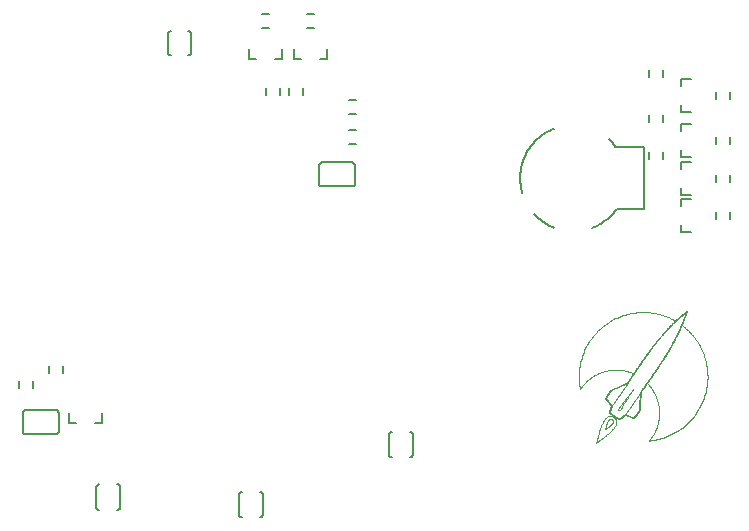
<source format=gbo>
G75*
%MOIN*%
%OFA0B0*%
%FSLAX25Y25*%
%IPPOS*%
%LPD*%
%AMOC8*
5,1,8,0,0,1.08239X$1,22.5*
%
%ADD10C,0.00800*%
%ADD11C,0.00600*%
%ADD12C,0.00394*%
D10*
X0147050Y0052244D02*
X0147050Y0055394D01*
X0147050Y0052244D02*
X0149412Y0052244D01*
X0155711Y0052244D02*
X0158073Y0052244D01*
X0158073Y0055394D01*
X0157061Y0031750D02*
X0157001Y0031748D01*
X0156940Y0031743D01*
X0156881Y0031734D01*
X0156822Y0031721D01*
X0156763Y0031705D01*
X0156706Y0031685D01*
X0156651Y0031662D01*
X0156596Y0031635D01*
X0156544Y0031606D01*
X0156493Y0031573D01*
X0156444Y0031537D01*
X0156398Y0031499D01*
X0156354Y0031457D01*
X0156312Y0031413D01*
X0156274Y0031367D01*
X0156238Y0031318D01*
X0156205Y0031267D01*
X0156176Y0031215D01*
X0156149Y0031160D01*
X0156126Y0031105D01*
X0156106Y0031048D01*
X0156090Y0030989D01*
X0156077Y0030930D01*
X0156068Y0030871D01*
X0156063Y0030810D01*
X0156061Y0030750D01*
X0156061Y0024250D01*
X0156063Y0024190D01*
X0156068Y0024129D01*
X0156077Y0024070D01*
X0156090Y0024011D01*
X0156106Y0023952D01*
X0156126Y0023895D01*
X0156149Y0023840D01*
X0156176Y0023785D01*
X0156205Y0023733D01*
X0156238Y0023682D01*
X0156274Y0023633D01*
X0156312Y0023587D01*
X0156354Y0023543D01*
X0156398Y0023501D01*
X0156444Y0023463D01*
X0156493Y0023427D01*
X0156544Y0023394D01*
X0156596Y0023365D01*
X0156651Y0023338D01*
X0156706Y0023315D01*
X0156763Y0023295D01*
X0156822Y0023279D01*
X0156881Y0023266D01*
X0156940Y0023257D01*
X0157001Y0023252D01*
X0157061Y0023250D01*
X0163061Y0023250D02*
X0163121Y0023252D01*
X0163182Y0023257D01*
X0163241Y0023266D01*
X0163300Y0023279D01*
X0163359Y0023295D01*
X0163416Y0023315D01*
X0163471Y0023338D01*
X0163526Y0023365D01*
X0163578Y0023394D01*
X0163629Y0023427D01*
X0163678Y0023463D01*
X0163724Y0023501D01*
X0163768Y0023543D01*
X0163810Y0023587D01*
X0163848Y0023633D01*
X0163884Y0023682D01*
X0163917Y0023733D01*
X0163946Y0023785D01*
X0163973Y0023840D01*
X0163996Y0023895D01*
X0164016Y0023952D01*
X0164032Y0024011D01*
X0164045Y0024070D01*
X0164054Y0024129D01*
X0164059Y0024190D01*
X0164061Y0024250D01*
X0164061Y0030750D01*
X0164059Y0030810D01*
X0164054Y0030871D01*
X0164045Y0030930D01*
X0164032Y0030989D01*
X0164016Y0031048D01*
X0163996Y0031105D01*
X0163973Y0031160D01*
X0163946Y0031215D01*
X0163917Y0031267D01*
X0163884Y0031318D01*
X0163848Y0031367D01*
X0163810Y0031413D01*
X0163768Y0031457D01*
X0163724Y0031499D01*
X0163678Y0031537D01*
X0163629Y0031573D01*
X0163578Y0031606D01*
X0163526Y0031635D01*
X0163471Y0031662D01*
X0163416Y0031685D01*
X0163359Y0031705D01*
X0163300Y0031721D01*
X0163241Y0031734D01*
X0163182Y0031743D01*
X0163121Y0031748D01*
X0163061Y0031750D01*
X0203561Y0028250D02*
X0203561Y0021750D01*
X0203563Y0021690D01*
X0203568Y0021629D01*
X0203577Y0021570D01*
X0203590Y0021511D01*
X0203606Y0021452D01*
X0203626Y0021395D01*
X0203649Y0021340D01*
X0203676Y0021285D01*
X0203705Y0021233D01*
X0203738Y0021182D01*
X0203774Y0021133D01*
X0203812Y0021087D01*
X0203854Y0021043D01*
X0203898Y0021001D01*
X0203944Y0020963D01*
X0203993Y0020927D01*
X0204044Y0020894D01*
X0204096Y0020865D01*
X0204151Y0020838D01*
X0204206Y0020815D01*
X0204263Y0020795D01*
X0204322Y0020779D01*
X0204381Y0020766D01*
X0204440Y0020757D01*
X0204501Y0020752D01*
X0204561Y0020750D01*
X0210561Y0020750D02*
X0210621Y0020752D01*
X0210682Y0020757D01*
X0210741Y0020766D01*
X0210800Y0020779D01*
X0210859Y0020795D01*
X0210916Y0020815D01*
X0210971Y0020838D01*
X0211026Y0020865D01*
X0211078Y0020894D01*
X0211129Y0020927D01*
X0211178Y0020963D01*
X0211224Y0021001D01*
X0211268Y0021043D01*
X0211310Y0021087D01*
X0211348Y0021133D01*
X0211384Y0021182D01*
X0211417Y0021233D01*
X0211446Y0021285D01*
X0211473Y0021340D01*
X0211496Y0021395D01*
X0211516Y0021452D01*
X0211532Y0021511D01*
X0211545Y0021570D01*
X0211554Y0021629D01*
X0211559Y0021690D01*
X0211561Y0021750D01*
X0211561Y0028250D01*
X0211559Y0028310D01*
X0211554Y0028371D01*
X0211545Y0028430D01*
X0211532Y0028489D01*
X0211516Y0028548D01*
X0211496Y0028605D01*
X0211473Y0028660D01*
X0211446Y0028715D01*
X0211417Y0028767D01*
X0211384Y0028818D01*
X0211348Y0028867D01*
X0211310Y0028913D01*
X0211268Y0028957D01*
X0211224Y0028999D01*
X0211178Y0029037D01*
X0211129Y0029073D01*
X0211078Y0029106D01*
X0211026Y0029135D01*
X0210971Y0029162D01*
X0210916Y0029185D01*
X0210859Y0029205D01*
X0210800Y0029221D01*
X0210741Y0029234D01*
X0210682Y0029243D01*
X0210621Y0029248D01*
X0210561Y0029250D01*
X0204561Y0029250D02*
X0204501Y0029248D01*
X0204440Y0029243D01*
X0204381Y0029234D01*
X0204322Y0029221D01*
X0204263Y0029205D01*
X0204206Y0029185D01*
X0204151Y0029162D01*
X0204096Y0029135D01*
X0204044Y0029106D01*
X0203993Y0029073D01*
X0203944Y0029037D01*
X0203898Y0028999D01*
X0203854Y0028957D01*
X0203812Y0028913D01*
X0203774Y0028867D01*
X0203738Y0028818D01*
X0203705Y0028767D01*
X0203676Y0028715D01*
X0203649Y0028660D01*
X0203626Y0028605D01*
X0203606Y0028548D01*
X0203590Y0028489D01*
X0203577Y0028430D01*
X0203568Y0028371D01*
X0203563Y0028310D01*
X0203561Y0028250D01*
X0253561Y0041750D02*
X0253561Y0048250D01*
X0253563Y0048310D01*
X0253568Y0048371D01*
X0253577Y0048430D01*
X0253590Y0048489D01*
X0253606Y0048548D01*
X0253626Y0048605D01*
X0253649Y0048660D01*
X0253676Y0048715D01*
X0253705Y0048767D01*
X0253738Y0048818D01*
X0253774Y0048867D01*
X0253812Y0048913D01*
X0253854Y0048957D01*
X0253898Y0048999D01*
X0253944Y0049037D01*
X0253993Y0049073D01*
X0254044Y0049106D01*
X0254096Y0049135D01*
X0254151Y0049162D01*
X0254206Y0049185D01*
X0254263Y0049205D01*
X0254322Y0049221D01*
X0254381Y0049234D01*
X0254440Y0049243D01*
X0254501Y0049248D01*
X0254561Y0049250D01*
X0260561Y0049250D02*
X0260621Y0049248D01*
X0260682Y0049243D01*
X0260741Y0049234D01*
X0260800Y0049221D01*
X0260859Y0049205D01*
X0260916Y0049185D01*
X0260971Y0049162D01*
X0261026Y0049135D01*
X0261078Y0049106D01*
X0261129Y0049073D01*
X0261178Y0049037D01*
X0261224Y0048999D01*
X0261268Y0048957D01*
X0261310Y0048913D01*
X0261348Y0048867D01*
X0261384Y0048818D01*
X0261417Y0048767D01*
X0261446Y0048715D01*
X0261473Y0048660D01*
X0261496Y0048605D01*
X0261516Y0048548D01*
X0261532Y0048489D01*
X0261545Y0048430D01*
X0261554Y0048371D01*
X0261559Y0048310D01*
X0261561Y0048250D01*
X0261561Y0041750D01*
X0261559Y0041690D01*
X0261554Y0041629D01*
X0261545Y0041570D01*
X0261532Y0041511D01*
X0261516Y0041452D01*
X0261496Y0041395D01*
X0261473Y0041340D01*
X0261446Y0041285D01*
X0261417Y0041233D01*
X0261384Y0041182D01*
X0261348Y0041133D01*
X0261310Y0041087D01*
X0261268Y0041043D01*
X0261224Y0041001D01*
X0261178Y0040963D01*
X0261129Y0040927D01*
X0261078Y0040894D01*
X0261026Y0040865D01*
X0260971Y0040838D01*
X0260916Y0040815D01*
X0260859Y0040795D01*
X0260800Y0040779D01*
X0260741Y0040766D01*
X0260682Y0040757D01*
X0260621Y0040752D01*
X0260561Y0040750D01*
X0254561Y0040750D02*
X0254501Y0040752D01*
X0254440Y0040757D01*
X0254381Y0040766D01*
X0254322Y0040779D01*
X0254263Y0040795D01*
X0254206Y0040815D01*
X0254151Y0040838D01*
X0254096Y0040865D01*
X0254044Y0040894D01*
X0253993Y0040927D01*
X0253944Y0040963D01*
X0253898Y0041001D01*
X0253854Y0041043D01*
X0253812Y0041087D01*
X0253774Y0041133D01*
X0253738Y0041182D01*
X0253705Y0041233D01*
X0253676Y0041285D01*
X0253649Y0041340D01*
X0253626Y0041395D01*
X0253606Y0041452D01*
X0253590Y0041511D01*
X0253577Y0041570D01*
X0253568Y0041629D01*
X0253563Y0041690D01*
X0253561Y0041750D01*
X0351056Y0115738D02*
X0354205Y0115738D01*
X0351056Y0115738D02*
X0351056Y0118100D01*
X0351056Y0124400D02*
X0351056Y0126762D01*
X0354205Y0126762D01*
X0354205Y0128238D02*
X0351056Y0128238D01*
X0351056Y0130600D01*
X0351056Y0136900D02*
X0351056Y0139262D01*
X0354205Y0139262D01*
X0354205Y0140738D02*
X0351056Y0140738D01*
X0351056Y0143100D01*
X0351056Y0149400D02*
X0351056Y0151762D01*
X0354205Y0151762D01*
X0354205Y0155738D02*
X0351056Y0155738D01*
X0351056Y0158100D01*
X0351056Y0164400D02*
X0351056Y0166762D01*
X0354205Y0166762D01*
X0338683Y0143986D02*
X0329235Y0143986D01*
X0338683Y0143986D02*
X0338683Y0123514D01*
X0329628Y0123514D01*
X0308562Y0117250D02*
X0308174Y0117411D01*
X0307790Y0117580D01*
X0307411Y0117759D01*
X0307035Y0117947D01*
X0306665Y0118143D01*
X0306299Y0118349D01*
X0305938Y0118563D01*
X0305582Y0118785D01*
X0305231Y0119015D01*
X0304886Y0119254D01*
X0304547Y0119501D01*
X0304214Y0119756D01*
X0303887Y0120019D01*
X0303566Y0120289D01*
X0303251Y0120567D01*
X0302943Y0120852D01*
X0302642Y0121144D01*
X0302348Y0121444D01*
X0302061Y0121750D01*
X0298061Y0128750D02*
X0297944Y0129160D01*
X0297836Y0129573D01*
X0297739Y0129989D01*
X0297652Y0130407D01*
X0297575Y0130827D01*
X0297508Y0131249D01*
X0297451Y0131672D01*
X0297405Y0132096D01*
X0297369Y0132522D01*
X0297343Y0132948D01*
X0297328Y0133375D01*
X0297323Y0133801D01*
X0297328Y0134228D01*
X0297344Y0134655D01*
X0297370Y0135081D01*
X0297406Y0135507D01*
X0297453Y0135931D01*
X0297510Y0136354D01*
X0297577Y0136776D01*
X0297655Y0137196D01*
X0297742Y0137613D01*
X0297840Y0138029D01*
X0297948Y0138442D01*
X0298065Y0138853D01*
X0298193Y0139260D01*
X0298330Y0139664D01*
X0298478Y0140065D01*
X0298635Y0140462D01*
X0298801Y0140855D01*
X0298977Y0141244D01*
X0299162Y0141629D01*
X0299357Y0142009D01*
X0299561Y0142384D01*
X0299773Y0142754D01*
X0299995Y0143119D01*
X0300226Y0143478D01*
X0300465Y0143832D01*
X0300712Y0144180D01*
X0300968Y0144522D01*
X0301233Y0144857D01*
X0301505Y0145186D01*
X0301785Y0145508D01*
X0302073Y0145823D01*
X0302368Y0146131D01*
X0302671Y0146432D01*
X0302981Y0146726D01*
X0303298Y0147012D01*
X0303622Y0147290D01*
X0303953Y0147560D01*
X0304290Y0147822D01*
X0304633Y0148076D01*
X0304982Y0148322D01*
X0305338Y0148559D01*
X0305698Y0148787D01*
X0306065Y0149006D01*
X0306436Y0149217D01*
X0306813Y0149418D01*
X0307194Y0149610D01*
X0307580Y0149793D01*
X0307970Y0149967D01*
X0308364Y0150131D01*
X0308762Y0150285D01*
X0327061Y0146751D02*
X0327306Y0146497D01*
X0327545Y0146238D01*
X0327778Y0145974D01*
X0328005Y0145704D01*
X0328226Y0145430D01*
X0328441Y0145151D01*
X0328649Y0144866D01*
X0328851Y0144578D01*
X0329046Y0144284D01*
X0329235Y0143987D01*
X0329628Y0123513D02*
X0329349Y0123151D01*
X0329062Y0122795D01*
X0328765Y0122446D01*
X0328461Y0122104D01*
X0328148Y0121770D01*
X0327828Y0121443D01*
X0327500Y0121124D01*
X0327164Y0120813D01*
X0326821Y0120510D01*
X0326470Y0120216D01*
X0326113Y0119930D01*
X0325749Y0119652D01*
X0325378Y0119384D01*
X0325001Y0119124D01*
X0324618Y0118874D01*
X0324229Y0118633D01*
X0323835Y0118401D01*
X0323435Y0118178D01*
X0323029Y0117966D01*
X0322619Y0117763D01*
X0322204Y0117570D01*
X0321785Y0117387D01*
X0321361Y0117214D01*
X0233073Y0173494D02*
X0230711Y0173494D01*
X0233073Y0173494D02*
X0233073Y0176644D01*
X0224412Y0173494D02*
X0222050Y0173494D01*
X0222050Y0176644D01*
X0218073Y0176644D02*
X0218073Y0173494D01*
X0215711Y0173494D01*
X0209412Y0173494D02*
X0207050Y0173494D01*
X0207050Y0176644D01*
X0187748Y0175600D02*
X0187748Y0181900D01*
X0187749Y0181900D02*
X0187735Y0181959D01*
X0187718Y0182017D01*
X0187697Y0182074D01*
X0187673Y0182130D01*
X0187645Y0182184D01*
X0187615Y0182236D01*
X0187581Y0182287D01*
X0187544Y0182335D01*
X0187505Y0182381D01*
X0187462Y0182424D01*
X0187418Y0182465D01*
X0187370Y0182503D01*
X0187321Y0182538D01*
X0187269Y0182570D01*
X0187216Y0182599D01*
X0187161Y0182625D01*
X0187105Y0182647D01*
X0187047Y0182666D01*
X0186988Y0182682D01*
X0186929Y0182693D01*
X0186869Y0182702D01*
X0186808Y0182706D01*
X0186748Y0182707D01*
X0186687Y0182704D01*
X0186627Y0182698D01*
X0186567Y0182688D01*
X0181056Y0182688D02*
X0180994Y0182698D01*
X0180931Y0182704D01*
X0180868Y0182707D01*
X0180805Y0182706D01*
X0180742Y0182700D01*
X0180680Y0182691D01*
X0180618Y0182678D01*
X0180557Y0182661D01*
X0180498Y0182640D01*
X0180440Y0182615D01*
X0180383Y0182587D01*
X0180329Y0182555D01*
X0180276Y0182520D01*
X0180226Y0182482D01*
X0180178Y0182441D01*
X0180133Y0182397D01*
X0180091Y0182350D01*
X0180052Y0182300D01*
X0180016Y0182248D01*
X0179984Y0182194D01*
X0179954Y0182139D01*
X0179929Y0182081D01*
X0179907Y0182022D01*
X0179889Y0181961D01*
X0179874Y0181900D01*
X0179874Y0175600D01*
X0179889Y0175539D01*
X0179907Y0175478D01*
X0179929Y0175419D01*
X0179954Y0175361D01*
X0179984Y0175306D01*
X0180016Y0175252D01*
X0180052Y0175200D01*
X0180091Y0175150D01*
X0180133Y0175103D01*
X0180178Y0175059D01*
X0180226Y0175018D01*
X0180276Y0174980D01*
X0180329Y0174945D01*
X0180383Y0174913D01*
X0180440Y0174885D01*
X0180498Y0174860D01*
X0180557Y0174839D01*
X0180618Y0174822D01*
X0180680Y0174809D01*
X0180742Y0174800D01*
X0180805Y0174794D01*
X0180868Y0174793D01*
X0180931Y0174796D01*
X0180994Y0174802D01*
X0181056Y0174812D01*
X0186567Y0174812D02*
X0186627Y0174802D01*
X0186687Y0174796D01*
X0186748Y0174793D01*
X0186808Y0174794D01*
X0186869Y0174798D01*
X0186929Y0174807D01*
X0186988Y0174818D01*
X0187047Y0174834D01*
X0187105Y0174853D01*
X0187161Y0174875D01*
X0187216Y0174901D01*
X0187269Y0174930D01*
X0187321Y0174962D01*
X0187370Y0174997D01*
X0187418Y0175035D01*
X0187462Y0175076D01*
X0187505Y0175119D01*
X0187544Y0175165D01*
X0187581Y0175213D01*
X0187615Y0175264D01*
X0187645Y0175316D01*
X0187673Y0175370D01*
X0187697Y0175426D01*
X0187718Y0175483D01*
X0187735Y0175541D01*
X0187749Y0175600D01*
D11*
X0130199Y0066181D02*
X0130199Y0063819D01*
X0134924Y0063819D02*
X0134924Y0066181D01*
X0140199Y0068819D02*
X0140199Y0071181D01*
X0144924Y0071181D02*
X0144924Y0068819D01*
X0142561Y0056500D02*
X0132561Y0056500D01*
X0132501Y0056498D01*
X0132440Y0056493D01*
X0132381Y0056484D01*
X0132322Y0056471D01*
X0132263Y0056455D01*
X0132206Y0056435D01*
X0132151Y0056412D01*
X0132096Y0056385D01*
X0132044Y0056356D01*
X0131993Y0056323D01*
X0131944Y0056287D01*
X0131898Y0056249D01*
X0131854Y0056207D01*
X0131812Y0056163D01*
X0131774Y0056117D01*
X0131738Y0056068D01*
X0131705Y0056017D01*
X0131676Y0055965D01*
X0131649Y0055910D01*
X0131626Y0055855D01*
X0131606Y0055798D01*
X0131590Y0055739D01*
X0131577Y0055680D01*
X0131568Y0055621D01*
X0131563Y0055560D01*
X0131561Y0055500D01*
X0131561Y0049500D01*
X0131563Y0049440D01*
X0131568Y0049379D01*
X0131577Y0049320D01*
X0131590Y0049261D01*
X0131606Y0049202D01*
X0131626Y0049145D01*
X0131649Y0049090D01*
X0131676Y0049035D01*
X0131705Y0048983D01*
X0131738Y0048932D01*
X0131774Y0048883D01*
X0131812Y0048837D01*
X0131854Y0048793D01*
X0131898Y0048751D01*
X0131944Y0048713D01*
X0131993Y0048677D01*
X0132044Y0048644D01*
X0132096Y0048615D01*
X0132151Y0048588D01*
X0132206Y0048565D01*
X0132263Y0048545D01*
X0132322Y0048529D01*
X0132381Y0048516D01*
X0132440Y0048507D01*
X0132501Y0048502D01*
X0132561Y0048500D01*
X0142561Y0048500D01*
X0142621Y0048502D01*
X0142682Y0048507D01*
X0142741Y0048516D01*
X0142800Y0048529D01*
X0142859Y0048545D01*
X0142916Y0048565D01*
X0142971Y0048588D01*
X0143026Y0048615D01*
X0143078Y0048644D01*
X0143129Y0048677D01*
X0143178Y0048713D01*
X0143224Y0048751D01*
X0143268Y0048793D01*
X0143310Y0048837D01*
X0143348Y0048883D01*
X0143384Y0048932D01*
X0143417Y0048983D01*
X0143446Y0049035D01*
X0143473Y0049090D01*
X0143496Y0049145D01*
X0143516Y0049202D01*
X0143532Y0049261D01*
X0143545Y0049320D01*
X0143554Y0049379D01*
X0143559Y0049440D01*
X0143561Y0049500D01*
X0143561Y0055500D01*
X0143559Y0055560D01*
X0143554Y0055621D01*
X0143545Y0055680D01*
X0143532Y0055739D01*
X0143516Y0055798D01*
X0143496Y0055855D01*
X0143473Y0055910D01*
X0143446Y0055965D01*
X0143417Y0056017D01*
X0143384Y0056068D01*
X0143348Y0056117D01*
X0143310Y0056163D01*
X0143268Y0056207D01*
X0143224Y0056249D01*
X0143178Y0056287D01*
X0143129Y0056323D01*
X0143078Y0056356D01*
X0143026Y0056385D01*
X0142971Y0056412D01*
X0142916Y0056435D01*
X0142859Y0056455D01*
X0142800Y0056471D01*
X0142741Y0056484D01*
X0142682Y0056493D01*
X0142621Y0056498D01*
X0142561Y0056500D01*
X0230311Y0132000D02*
X0230311Y0138000D01*
X0230313Y0138060D01*
X0230318Y0138121D01*
X0230327Y0138180D01*
X0230340Y0138239D01*
X0230356Y0138298D01*
X0230376Y0138355D01*
X0230399Y0138410D01*
X0230426Y0138465D01*
X0230455Y0138517D01*
X0230488Y0138568D01*
X0230524Y0138617D01*
X0230562Y0138663D01*
X0230604Y0138707D01*
X0230648Y0138749D01*
X0230694Y0138787D01*
X0230743Y0138823D01*
X0230794Y0138856D01*
X0230846Y0138885D01*
X0230901Y0138912D01*
X0230956Y0138935D01*
X0231013Y0138955D01*
X0231072Y0138971D01*
X0231131Y0138984D01*
X0231190Y0138993D01*
X0231251Y0138998D01*
X0231311Y0139000D01*
X0241311Y0139000D01*
X0241371Y0138998D01*
X0241432Y0138993D01*
X0241491Y0138984D01*
X0241550Y0138971D01*
X0241609Y0138955D01*
X0241666Y0138935D01*
X0241721Y0138912D01*
X0241776Y0138885D01*
X0241828Y0138856D01*
X0241879Y0138823D01*
X0241928Y0138787D01*
X0241974Y0138749D01*
X0242018Y0138707D01*
X0242060Y0138663D01*
X0242098Y0138617D01*
X0242134Y0138568D01*
X0242167Y0138517D01*
X0242196Y0138465D01*
X0242223Y0138410D01*
X0242246Y0138355D01*
X0242266Y0138298D01*
X0242282Y0138239D01*
X0242295Y0138180D01*
X0242304Y0138121D01*
X0242309Y0138060D01*
X0242311Y0138000D01*
X0242311Y0132000D01*
X0242309Y0131940D01*
X0242304Y0131879D01*
X0242295Y0131820D01*
X0242282Y0131761D01*
X0242266Y0131702D01*
X0242246Y0131645D01*
X0242223Y0131590D01*
X0242196Y0131535D01*
X0242167Y0131483D01*
X0242134Y0131432D01*
X0242098Y0131383D01*
X0242060Y0131337D01*
X0242018Y0131293D01*
X0241974Y0131251D01*
X0241928Y0131213D01*
X0241879Y0131177D01*
X0241828Y0131144D01*
X0241776Y0131115D01*
X0241721Y0131088D01*
X0241666Y0131065D01*
X0241609Y0131045D01*
X0241550Y0131029D01*
X0241491Y0131016D01*
X0241432Y0131007D01*
X0241371Y0131002D01*
X0241311Y0131000D01*
X0231311Y0131000D01*
X0231251Y0131002D01*
X0231190Y0131007D01*
X0231131Y0131016D01*
X0231072Y0131029D01*
X0231013Y0131045D01*
X0230956Y0131065D01*
X0230901Y0131088D01*
X0230846Y0131115D01*
X0230794Y0131144D01*
X0230743Y0131177D01*
X0230694Y0131213D01*
X0230648Y0131251D01*
X0230604Y0131293D01*
X0230562Y0131337D01*
X0230524Y0131383D01*
X0230488Y0131432D01*
X0230455Y0131483D01*
X0230426Y0131535D01*
X0230399Y0131590D01*
X0230376Y0131645D01*
X0230356Y0131702D01*
X0230340Y0131761D01*
X0230327Y0131820D01*
X0230318Y0131879D01*
X0230313Y0131940D01*
X0230311Y0132000D01*
X0240130Y0145138D02*
X0242493Y0145138D01*
X0242493Y0149862D02*
X0240130Y0149862D01*
X0240130Y0155138D02*
X0242493Y0155138D01*
X0242493Y0159862D02*
X0240130Y0159862D01*
X0224924Y0161319D02*
X0224924Y0163681D01*
X0220199Y0163681D02*
X0220199Y0161319D01*
X0217424Y0161319D02*
X0217424Y0163681D01*
X0212699Y0163681D02*
X0212699Y0161319D01*
X0213743Y0183888D02*
X0211380Y0183888D01*
X0211380Y0188612D02*
X0213743Y0188612D01*
X0226380Y0188612D02*
X0228743Y0188612D01*
X0228743Y0183888D02*
X0226380Y0183888D01*
X0340199Y0169931D02*
X0340199Y0167569D01*
X0344924Y0167569D02*
X0344924Y0169931D01*
X0362699Y0162431D02*
X0362699Y0160069D01*
X0367424Y0160069D02*
X0367424Y0162431D01*
X0344924Y0154931D02*
X0344924Y0152569D01*
X0340199Y0152569D02*
X0340199Y0154931D01*
X0340199Y0142431D02*
X0340199Y0140069D01*
X0344924Y0140069D02*
X0344924Y0142431D01*
X0362699Y0145069D02*
X0362699Y0147431D01*
X0367424Y0147431D02*
X0367424Y0145069D01*
X0367424Y0134931D02*
X0367424Y0132569D01*
X0362699Y0132569D02*
X0362699Y0134931D01*
X0362699Y0122431D02*
X0362699Y0120069D01*
X0367424Y0120069D02*
X0367424Y0122431D01*
D12*
X0352969Y0089454D02*
X0352928Y0089422D01*
X0352888Y0089389D01*
X0352847Y0089357D01*
X0352806Y0089324D01*
X0352765Y0089292D01*
X0352725Y0089259D01*
X0352684Y0089227D01*
X0352643Y0089194D01*
X0352603Y0089162D01*
X0352562Y0089129D01*
X0352522Y0089097D01*
X0352482Y0089064D01*
X0352441Y0089031D01*
X0352401Y0088999D01*
X0352361Y0088966D01*
X0352321Y0088933D01*
X0352281Y0088901D01*
X0352201Y0088835D01*
X0352161Y0088803D01*
X0352121Y0088770D01*
X0352081Y0088737D01*
X0352041Y0088704D01*
X0352001Y0088671D01*
X0351962Y0088638D01*
X0351922Y0088605D01*
X0351882Y0088572D01*
X0351843Y0088539D01*
X0351803Y0088506D01*
X0351764Y0088473D01*
X0351724Y0088440D01*
X0351685Y0088407D01*
X0351606Y0088341D01*
X0351567Y0088308D01*
X0351528Y0088275D01*
X0351489Y0088242D01*
X0351450Y0088209D01*
X0351411Y0088176D01*
X0351372Y0088142D01*
X0351333Y0088109D01*
X0351255Y0088043D01*
X0351216Y0088010D01*
X0351177Y0087976D01*
X0351139Y0087943D01*
X0351100Y0087910D01*
X0351062Y0087876D01*
X0351023Y0087843D01*
X0350984Y0087810D01*
X0350946Y0087776D01*
X0350908Y0087743D01*
X0350869Y0087709D01*
X0350831Y0087676D01*
X0350792Y0087642D01*
X0350754Y0087609D01*
X0350716Y0087575D01*
X0350678Y0087541D01*
X0350640Y0087508D01*
X0350602Y0087474D01*
X0350564Y0087441D01*
X0350526Y0087407D01*
X0350450Y0087340D01*
X0350412Y0087306D01*
X0350374Y0087272D01*
X0350336Y0087239D01*
X0350299Y0087205D01*
X0350261Y0087171D01*
X0350223Y0087137D01*
X0350186Y0087103D01*
X0350111Y0087036D01*
X0350073Y0087002D01*
X0350036Y0086968D01*
X0349998Y0086934D01*
X0349961Y0086900D01*
X0349924Y0086866D01*
X0349887Y0086832D01*
X0349849Y0086798D01*
X0349812Y0086764D01*
X0349775Y0086730D01*
X0349738Y0086696D01*
X0349701Y0086662D01*
X0349664Y0086628D01*
X0349627Y0086593D01*
X0349590Y0086559D01*
X0349553Y0086525D01*
X0349517Y0086491D01*
X0349480Y0086457D01*
X0349443Y0086423D01*
X0349406Y0086388D01*
X0349370Y0086354D01*
X0349333Y0086320D01*
X0349297Y0086285D01*
X0349260Y0086251D01*
X0349061Y0086064D01*
X0348863Y0085875D01*
X0348667Y0085686D01*
X0348472Y0085496D01*
X0348278Y0085306D01*
X0348085Y0085115D01*
X0347893Y0084924D01*
X0347703Y0084731D01*
X0347514Y0084538D01*
X0347324Y0084345D01*
X0347137Y0084151D01*
X0346951Y0083957D01*
X0346765Y0083762D01*
X0346581Y0083566D01*
X0346398Y0083369D01*
X0346215Y0083173D01*
X0346033Y0082975D01*
X0345853Y0082777D01*
X0345673Y0082579D01*
X0345494Y0082379D01*
X0345317Y0082179D01*
X0345139Y0081979D01*
X0344963Y0081778D01*
X0344788Y0081576D01*
X0344613Y0081374D01*
X0344439Y0081172D01*
X0344266Y0080968D01*
X0344094Y0080764D01*
X0343922Y0080560D01*
X0343751Y0080354D01*
X0343581Y0080149D01*
X0343411Y0079943D01*
X0343074Y0079529D01*
X0342907Y0079320D01*
X0342740Y0079112D01*
X0342573Y0078903D01*
X0342407Y0078693D01*
X0342242Y0078482D01*
X0342077Y0078272D01*
X0341913Y0078060D01*
X0341750Y0077848D01*
X0341586Y0077635D01*
X0341423Y0077422D01*
X0341261Y0077208D01*
X0341099Y0076994D01*
X0340937Y0076779D01*
X0340777Y0076564D01*
X0340616Y0076348D01*
X0340455Y0076131D01*
X0340295Y0075914D01*
X0340135Y0075696D01*
X0339976Y0075478D01*
X0339817Y0075259D01*
X0339658Y0075040D01*
X0339499Y0074819D01*
X0339183Y0074378D01*
X0339025Y0074156D01*
X0338867Y0073933D01*
X0338709Y0073711D01*
X0338552Y0073487D01*
X0338395Y0073264D01*
X0338237Y0073039D01*
X0338080Y0072814D01*
X0337923Y0072588D01*
X0337766Y0072362D01*
X0337609Y0072136D01*
X0337452Y0071908D01*
X0337295Y0071680D01*
X0337138Y0071452D01*
X0336981Y0071223D01*
X0336824Y0070994D01*
X0336667Y0070763D01*
X0336510Y0070533D01*
X0336352Y0070302D01*
X0336195Y0070070D01*
X0336037Y0069838D01*
X0335880Y0069605D01*
X0335722Y0069372D01*
X0335564Y0069138D01*
X0335405Y0068904D01*
X0335247Y0068669D01*
X0335088Y0068433D01*
X0334929Y0068197D01*
X0334770Y0067960D01*
X0334610Y0067723D01*
X0334450Y0067486D01*
X0334290Y0067247D01*
X0334129Y0067009D01*
X0333968Y0066770D01*
X0333807Y0066530D01*
X0333645Y0066289D01*
X0333483Y0066048D01*
X0333320Y0065807D01*
X0333157Y0065565D01*
X0332832Y0065091D01*
X0332506Y0064617D01*
X0332181Y0064143D01*
X0331856Y0063669D01*
X0331531Y0063196D01*
X0331205Y0062722D01*
X0330880Y0062248D01*
X0330555Y0061775D01*
X0330230Y0061301D01*
X0329904Y0060827D01*
X0329579Y0060353D01*
X0329254Y0059879D01*
X0328929Y0059406D01*
X0328603Y0058932D01*
X0328278Y0058458D01*
X0327953Y0057984D01*
X0327942Y0057961D01*
X0327931Y0057937D01*
X0327909Y0057890D01*
X0327898Y0057867D01*
X0327887Y0057843D01*
X0327866Y0057795D01*
X0327855Y0057770D01*
X0327844Y0057746D01*
X0327833Y0057722D01*
X0327823Y0057697D01*
X0327812Y0057673D01*
X0327802Y0057648D01*
X0327791Y0057623D01*
X0327781Y0057598D01*
X0327770Y0057574D01*
X0327750Y0057523D01*
X0327740Y0057498D01*
X0327730Y0057473D01*
X0327720Y0057448D01*
X0327710Y0057422D01*
X0327700Y0057397D01*
X0327690Y0057371D01*
X0327680Y0057346D01*
X0327671Y0057320D01*
X0327661Y0057294D01*
X0327652Y0057269D01*
X0327642Y0057243D01*
X0327633Y0057217D01*
X0327624Y0057191D01*
X0327615Y0057165D01*
X0327606Y0057139D01*
X0327597Y0057113D01*
X0327588Y0057087D01*
X0327580Y0057061D01*
X0327571Y0057035D01*
X0327563Y0057009D01*
X0327555Y0056983D01*
X0327546Y0056957D01*
X0327538Y0056931D01*
X0327531Y0056904D01*
X0327523Y0056878D01*
X0327515Y0056852D01*
X0327508Y0056826D01*
X0327500Y0056800D01*
X0327486Y0056748D01*
X0327479Y0056722D01*
X0327472Y0056695D01*
X0327466Y0056669D01*
X0327459Y0056643D01*
X0327453Y0056617D01*
X0327447Y0056591D01*
X0327441Y0056565D01*
X0327435Y0056539D01*
X0327429Y0056513D01*
X0327424Y0056487D01*
X0327419Y0056461D01*
X0327414Y0056435D01*
X0327409Y0056409D01*
X0327404Y0056383D01*
X0327399Y0056357D01*
X0327395Y0056332D01*
X0327387Y0056280D01*
X0327383Y0056255D01*
X0327376Y0056204D01*
X0327372Y0056178D01*
X0327370Y0056153D01*
X0327367Y0056128D01*
X0327364Y0056103D01*
X0327362Y0056078D01*
X0327359Y0056053D01*
X0327358Y0056028D01*
X0327356Y0056003D01*
X0327354Y0055978D01*
X0327353Y0055954D01*
X0327351Y0055905D01*
X0327350Y0055880D01*
X0327350Y0055856D01*
X0327350Y0055832D01*
X0327350Y0055808D01*
X0327350Y0055784D01*
X0327351Y0055760D01*
X0327352Y0055736D01*
X0327353Y0055713D01*
X0327354Y0055689D01*
X0327356Y0055666D01*
X0327358Y0055643D01*
X0327360Y0055620D01*
X0327362Y0055597D01*
X0327365Y0055574D01*
X0327366Y0055570D01*
X0327369Y0055564D01*
X0327375Y0055556D01*
X0327381Y0055548D01*
X0327389Y0055539D01*
X0327411Y0055517D01*
X0327424Y0055505D01*
X0327439Y0055491D01*
X0327455Y0055477D01*
X0327473Y0055462D01*
X0327512Y0055429D01*
X0327534Y0055411D01*
X0327558Y0055392D01*
X0327582Y0055373D01*
X0327607Y0055353D01*
X0327635Y0055332D01*
X0327662Y0055311D01*
X0327691Y0055289D01*
X0327722Y0055266D01*
X0327753Y0055243D01*
X0327785Y0055218D01*
X0327819Y0055194D01*
X0327853Y0055169D01*
X0327888Y0055143D01*
X0327924Y0055116D01*
X0327960Y0055090D01*
X0327998Y0055063D01*
X0328037Y0055035D01*
X0328075Y0055007D01*
X0328115Y0054979D01*
X0328156Y0054950D01*
X0328196Y0054921D01*
X0328238Y0054891D01*
X0328280Y0054862D01*
X0328322Y0054832D01*
X0328365Y0054802D01*
X0328409Y0054772D01*
X0328452Y0054742D01*
X0328497Y0054711D01*
X0328586Y0054649D01*
X0328631Y0054618D01*
X0328676Y0054587D01*
X0328721Y0054556D01*
X0328766Y0054525D01*
X0328857Y0054464D01*
X0328903Y0054433D01*
X0328948Y0054402D01*
X0328993Y0054372D01*
X0329039Y0054341D01*
X0329084Y0054311D01*
X0329129Y0054281D01*
X0329173Y0054252D01*
X0329218Y0054222D01*
X0329262Y0054193D01*
X0329306Y0054164D01*
X0329349Y0054136D01*
X0329392Y0054108D01*
X0329435Y0054080D01*
X0329477Y0054053D01*
X0329519Y0054026D01*
X0329560Y0053999D01*
X0329640Y0053948D01*
X0329679Y0053923D01*
X0329717Y0053900D01*
X0329756Y0053876D01*
X0329793Y0053852D01*
X0329828Y0053830D01*
X0329864Y0053808D01*
X0329898Y0053787D01*
X0329931Y0053767D01*
X0329964Y0053747D01*
X0329996Y0053729D01*
X0330026Y0053711D01*
X0330056Y0053694D01*
X0330084Y0053677D01*
X0330110Y0053662D01*
X0330137Y0053647D01*
X0330162Y0053634D01*
X0330185Y0053622D01*
X0330207Y0053610D01*
X0330228Y0053599D01*
X0330247Y0053590D01*
X0330265Y0053581D01*
X0330282Y0053574D01*
X0330296Y0053568D01*
X0330311Y0053562D01*
X0330323Y0053558D01*
X0330332Y0053556D01*
X0330342Y0053554D01*
X0330349Y0053553D01*
X0330353Y0053555D01*
X0330377Y0053563D01*
X0330400Y0053571D01*
X0330423Y0053579D01*
X0330447Y0053588D01*
X0330470Y0053597D01*
X0330493Y0053606D01*
X0330516Y0053615D01*
X0330540Y0053625D01*
X0330563Y0053635D01*
X0330587Y0053645D01*
X0330610Y0053655D01*
X0330633Y0053665D01*
X0330657Y0053676D01*
X0330680Y0053687D01*
X0330703Y0053698D01*
X0330727Y0053709D01*
X0330750Y0053720D01*
X0330773Y0053732D01*
X0330797Y0053744D01*
X0330820Y0053756D01*
X0330843Y0053768D01*
X0330867Y0053780D01*
X0330890Y0053793D01*
X0330913Y0053805D01*
X0330936Y0053818D01*
X0330959Y0053831D01*
X0330983Y0053844D01*
X0331006Y0053857D01*
X0331029Y0053871D01*
X0331052Y0053885D01*
X0331075Y0053898D01*
X0331098Y0053912D01*
X0331120Y0053926D01*
X0331143Y0053940D01*
X0331189Y0053969D01*
X0331212Y0053984D01*
X0331234Y0053998D01*
X0331257Y0054013D01*
X0331279Y0054028D01*
X0331302Y0054043D01*
X0331324Y0054058D01*
X0331346Y0054073D01*
X0331368Y0054089D01*
X0331391Y0054104D01*
X0331413Y0054120D01*
X0331435Y0054135D01*
X0331457Y0054151D01*
X0331478Y0054167D01*
X0331500Y0054183D01*
X0331522Y0054199D01*
X0331543Y0054215D01*
X0331565Y0054231D01*
X0331586Y0054247D01*
X0331607Y0054264D01*
X0331629Y0054280D01*
X0331649Y0054297D01*
X0331670Y0054313D01*
X0331691Y0054330D01*
X0331712Y0054346D01*
X0331733Y0054363D01*
X0331753Y0054380D01*
X0331774Y0054396D01*
X0331794Y0054413D01*
X0331814Y0054430D01*
X0331854Y0054464D01*
X0331874Y0054481D01*
X0331913Y0054515D01*
X0331932Y0054532D01*
X0331952Y0054549D01*
X0331971Y0054566D01*
X0331990Y0054583D01*
X0332027Y0054617D01*
X0332046Y0054634D01*
X0332064Y0054651D01*
X0332082Y0054668D01*
X0332100Y0054685D01*
X0332118Y0054702D01*
X0332136Y0054719D01*
X0332154Y0054736D01*
X0332171Y0054753D01*
X0332188Y0054770D01*
X0332205Y0054787D01*
X0332222Y0054804D01*
X0332239Y0054821D01*
X0332255Y0054838D01*
X0332272Y0054855D01*
X0332288Y0054871D01*
X0332304Y0054888D01*
X0332320Y0054905D01*
X0332336Y0054921D01*
X0332351Y0054938D01*
X0332366Y0054954D01*
X0332454Y0054920D01*
X0332542Y0054886D01*
X0332630Y0054853D01*
X0332717Y0054818D01*
X0332805Y0054784D01*
X0332981Y0054717D01*
X0333069Y0054682D01*
X0333157Y0054648D01*
X0333244Y0054614D01*
X0333332Y0054581D01*
X0333420Y0054546D01*
X0333508Y0054512D01*
X0333596Y0054478D01*
X0333684Y0054445D01*
X0333771Y0054410D01*
X0333859Y0054376D01*
X0334035Y0054309D01*
X0334123Y0054274D01*
X0334211Y0054240D01*
X0334298Y0054206D01*
X0334386Y0054173D01*
X0334474Y0054138D01*
X0334562Y0054104D01*
X0334650Y0054070D01*
X0334738Y0054037D01*
X0334825Y0054002D01*
X0334913Y0053968D01*
X0335001Y0053934D01*
X0335089Y0053900D01*
X0335177Y0053866D01*
X0335180Y0053865D01*
X0335183Y0053863D01*
X0335186Y0053863D01*
X0335189Y0053861D01*
X0335193Y0053860D01*
X0335196Y0053859D01*
X0335199Y0053858D01*
X0335202Y0053857D01*
X0335205Y0053857D01*
X0335208Y0053856D01*
X0335212Y0053855D01*
X0335215Y0053855D01*
X0335218Y0053854D01*
X0335221Y0053853D01*
X0335225Y0053853D01*
X0335228Y0053852D01*
X0335231Y0053851D01*
X0335234Y0053851D01*
X0335237Y0053851D01*
X0335241Y0053850D01*
X0335244Y0053850D01*
X0335247Y0053850D01*
X0335250Y0053849D01*
X0335253Y0053849D01*
X0335257Y0053849D01*
X0335260Y0053849D01*
X0335276Y0053849D01*
X0335279Y0053849D01*
X0335282Y0053849D01*
X0335285Y0053849D01*
X0335288Y0053850D01*
X0335291Y0053850D01*
X0335294Y0053850D01*
X0335297Y0053851D01*
X0335300Y0053851D01*
X0335303Y0053851D01*
X0335306Y0053852D01*
X0335315Y0053853D01*
X0335318Y0053854D01*
X0335324Y0053856D01*
X0335327Y0053856D01*
X0335330Y0053857D01*
X0335333Y0053858D01*
X0335336Y0053859D01*
X0335339Y0053860D01*
X0335342Y0053861D01*
X0335345Y0053862D01*
X0335347Y0053863D01*
X0335350Y0053864D01*
X0335353Y0053865D01*
X0335356Y0053866D01*
X0335359Y0053867D01*
X0335361Y0053868D01*
X0335364Y0053869D01*
X0335367Y0053871D01*
X0335369Y0053872D01*
X0335372Y0053874D01*
X0335375Y0053875D01*
X0335377Y0053876D01*
X0335380Y0053878D01*
X0335382Y0053879D01*
X0335385Y0053881D01*
X0335388Y0053882D01*
X0335390Y0053884D01*
X0335393Y0053886D01*
X0335395Y0053888D01*
X0335397Y0053889D01*
X0335400Y0053891D01*
X0335402Y0053893D01*
X0335405Y0053894D01*
X0335407Y0053896D01*
X0335411Y0053900D01*
X0335414Y0053902D01*
X0335416Y0053904D01*
X0335418Y0053906D01*
X0335422Y0053911D01*
X0335424Y0053912D01*
X0335426Y0053915D01*
X0335428Y0053917D01*
X0335430Y0053919D01*
X0335432Y0053922D01*
X0335436Y0053926D01*
X0335438Y0053929D01*
X0335440Y0053931D01*
X0335442Y0053934D01*
X0335443Y0053936D01*
X0335498Y0054015D01*
X0335552Y0054094D01*
X0335606Y0054172D01*
X0335660Y0054251D01*
X0335714Y0054329D01*
X0335768Y0054408D01*
X0335823Y0054487D01*
X0335985Y0054722D01*
X0336039Y0054801D01*
X0336094Y0054880D01*
X0336148Y0054958D01*
X0336202Y0055037D01*
X0336256Y0055116D01*
X0336310Y0055194D01*
X0336364Y0055273D01*
X0336418Y0055351D01*
X0336473Y0055430D01*
X0336581Y0055587D01*
X0336635Y0055666D01*
X0336689Y0055745D01*
X0336744Y0055823D01*
X0336798Y0055902D01*
X0336852Y0055980D01*
X0336960Y0056138D01*
X0337014Y0056216D01*
X0337069Y0056295D01*
X0337123Y0056373D01*
X0337177Y0056452D01*
X0337178Y0056453D01*
X0337179Y0056454D01*
X0337179Y0056456D01*
X0337181Y0056458D01*
X0337182Y0056460D01*
X0337183Y0056461D01*
X0337183Y0056462D01*
X0337184Y0056463D01*
X0337186Y0056466D01*
X0337187Y0056469D01*
X0337188Y0056470D01*
X0337189Y0056471D01*
X0337189Y0056473D01*
X0337190Y0056474D01*
X0337191Y0056475D01*
X0337191Y0056476D01*
X0337192Y0056478D01*
X0337193Y0056481D01*
X0337194Y0056482D01*
X0337195Y0056483D01*
X0337195Y0056485D01*
X0337196Y0056488D01*
X0337197Y0056489D01*
X0337197Y0056490D01*
X0337199Y0056493D01*
X0337200Y0056496D01*
X0337200Y0056498D01*
X0337201Y0056499D01*
X0337201Y0056500D01*
X0337202Y0056502D01*
X0337202Y0056503D01*
X0337202Y0056505D01*
X0337203Y0056506D01*
X0337203Y0056508D01*
X0337204Y0056511D01*
X0337205Y0056512D01*
X0337205Y0056513D01*
X0337206Y0056516D01*
X0337206Y0056518D01*
X0337206Y0056519D01*
X0337207Y0056521D01*
X0337207Y0056522D01*
X0337208Y0056525D01*
X0337208Y0056527D01*
X0337208Y0056528D01*
X0337208Y0056530D01*
X0337209Y0056531D01*
X0337209Y0056534D01*
X0337209Y0056536D01*
X0337210Y0056537D01*
X0337210Y0056539D01*
X0337210Y0056542D01*
X0337210Y0056543D01*
X0337211Y0056547D01*
X0337211Y0056548D01*
X0337211Y0056550D01*
X0337211Y0056551D01*
X0337211Y0056552D01*
X0337211Y0056554D01*
X0337211Y0056556D01*
X0337211Y0056557D01*
X0337211Y0056562D01*
X0337211Y0056565D01*
X0337211Y0056567D01*
X0337211Y0056568D01*
X0337211Y0056570D01*
X0337211Y0056571D01*
X0337211Y0056573D01*
X0337211Y0056575D01*
X0337211Y0056576D01*
X0337211Y0056577D01*
X0337211Y0056579D01*
X0337211Y0056580D01*
X0337211Y0056582D01*
X0337211Y0056584D01*
X0337211Y0056585D01*
X0337210Y0056587D01*
X0337210Y0056588D01*
X0337210Y0056590D01*
X0337210Y0056592D01*
X0337221Y0056777D01*
X0337232Y0056963D01*
X0337243Y0057149D01*
X0337254Y0057335D01*
X0337265Y0057521D01*
X0337276Y0057707D01*
X0337287Y0057893D01*
X0337298Y0058079D01*
X0337309Y0058265D01*
X0337331Y0058636D01*
X0337342Y0058822D01*
X0337353Y0059008D01*
X0337364Y0059194D01*
X0337375Y0059380D01*
X0337387Y0059566D01*
X0337398Y0059752D01*
X0337409Y0059937D01*
X0337420Y0060123D01*
X0337431Y0060309D01*
X0337442Y0060495D01*
X0337453Y0060681D01*
X0337464Y0060867D01*
X0337475Y0061053D01*
X0337486Y0061239D01*
X0337508Y0061610D01*
X0337519Y0061796D01*
X0337530Y0061982D01*
X0337541Y0062168D01*
X0337552Y0062354D01*
X0337563Y0062540D01*
X0337235Y0062061D01*
X0336578Y0061104D01*
X0336249Y0060625D01*
X0335921Y0060147D01*
X0335592Y0059668D01*
X0335264Y0059190D01*
X0334935Y0058711D01*
X0334607Y0058233D01*
X0334278Y0057754D01*
X0333949Y0057276D01*
X0333621Y0056797D01*
X0332635Y0055361D01*
X0332307Y0054883D01*
X0332307Y0054873D02*
X0332635Y0055352D01*
X0332964Y0055830D01*
X0333292Y0056309D01*
X0333621Y0056787D01*
X0333949Y0057266D01*
X0334278Y0057745D01*
X0334607Y0058223D01*
X0334935Y0058702D01*
X0335264Y0059180D01*
X0335921Y0060137D01*
X0336249Y0060616D01*
X0336578Y0061094D01*
X0336906Y0061573D01*
X0337235Y0062052D01*
X0337563Y0062530D01*
X0337563Y0062530D01*
X0337552Y0062344D01*
X0337541Y0062159D01*
X0337530Y0061973D01*
X0337519Y0061787D01*
X0337508Y0061601D01*
X0337497Y0061415D01*
X0337486Y0061229D01*
X0337475Y0061043D01*
X0337464Y0060857D01*
X0337453Y0060671D01*
X0337442Y0060486D01*
X0337431Y0060300D01*
X0337420Y0060114D01*
X0337409Y0059928D01*
X0337398Y0059742D01*
X0337387Y0059556D01*
X0337375Y0059370D01*
X0337364Y0059184D01*
X0337353Y0058999D01*
X0337342Y0058813D01*
X0337331Y0058627D01*
X0337320Y0058441D01*
X0337309Y0058255D01*
X0337298Y0058069D01*
X0337287Y0057883D01*
X0337276Y0057697D01*
X0337265Y0057512D01*
X0337254Y0057326D01*
X0337243Y0057140D01*
X0337232Y0056954D01*
X0337221Y0056768D01*
X0337210Y0056582D01*
X0337210Y0056581D01*
X0337210Y0056579D01*
X0337210Y0056577D01*
X0337211Y0056576D01*
X0337211Y0056574D01*
X0337211Y0056571D01*
X0337211Y0056569D01*
X0337211Y0056563D01*
X0337211Y0056562D01*
X0337211Y0056560D01*
X0337211Y0056554D01*
X0337211Y0056552D01*
X0337211Y0056548D01*
X0337211Y0056546D01*
X0337211Y0056545D01*
X0337211Y0056543D01*
X0337211Y0056542D01*
X0337211Y0056540D01*
X0337211Y0056538D01*
X0337211Y0056537D01*
X0337210Y0056535D01*
X0337210Y0056534D01*
X0337210Y0056532D01*
X0337210Y0056531D01*
X0337210Y0056529D01*
X0337209Y0056528D01*
X0337209Y0056526D01*
X0337209Y0056525D01*
X0337209Y0056523D01*
X0337209Y0056522D01*
X0337208Y0056520D01*
X0337208Y0056519D01*
X0337208Y0056517D01*
X0337208Y0056516D01*
X0337207Y0056514D01*
X0337207Y0056512D01*
X0337206Y0056510D01*
X0337206Y0056508D01*
X0337206Y0056507D01*
X0337205Y0056505D01*
X0337205Y0056504D01*
X0337205Y0056502D01*
X0337204Y0056501D01*
X0337204Y0056500D01*
X0337203Y0056498D01*
X0337203Y0056497D01*
X0337201Y0056491D01*
X0337201Y0056489D01*
X0337199Y0056485D01*
X0337198Y0056484D01*
X0337198Y0056482D01*
X0337197Y0056481D01*
X0337197Y0056480D01*
X0337196Y0056478D01*
X0337196Y0056477D01*
X0337195Y0056476D01*
X0337194Y0056474D01*
X0337194Y0056473D01*
X0337193Y0056471D01*
X0337192Y0056470D01*
X0337192Y0056469D01*
X0337191Y0056467D01*
X0337191Y0056466D01*
X0337190Y0056464D01*
X0337189Y0056463D01*
X0337189Y0056462D01*
X0337188Y0056460D01*
X0337187Y0056459D01*
X0337186Y0056458D01*
X0337186Y0056456D01*
X0337185Y0056455D01*
X0337184Y0056454D01*
X0337183Y0056452D01*
X0337183Y0056451D01*
X0337182Y0056450D01*
X0337181Y0056449D01*
X0337180Y0056447D01*
X0337179Y0056446D01*
X0337179Y0056445D01*
X0337178Y0056444D01*
X0337177Y0056442D01*
X0337123Y0056364D01*
X0337069Y0056285D01*
X0337014Y0056207D01*
X0336960Y0056128D01*
X0336852Y0055971D01*
X0336798Y0055892D01*
X0336689Y0055735D01*
X0336635Y0055656D01*
X0336581Y0055578D01*
X0336527Y0055499D01*
X0336473Y0055420D01*
X0336418Y0055342D01*
X0336364Y0055263D01*
X0336310Y0055185D01*
X0336256Y0055106D01*
X0336202Y0055027D01*
X0336148Y0054949D01*
X0336094Y0054870D01*
X0336039Y0054792D01*
X0335985Y0054713D01*
X0335931Y0054634D01*
X0335823Y0054477D01*
X0335768Y0054398D01*
X0335714Y0054320D01*
X0335660Y0054241D01*
X0335606Y0054163D01*
X0335552Y0054084D01*
X0335498Y0054005D01*
X0335443Y0053927D01*
X0335442Y0053924D01*
X0335440Y0053922D01*
X0335438Y0053919D01*
X0335436Y0053917D01*
X0335434Y0053914D01*
X0335432Y0053912D01*
X0335430Y0053910D01*
X0335428Y0053907D01*
X0335426Y0053905D01*
X0335424Y0053903D01*
X0335422Y0053901D01*
X0335418Y0053897D01*
X0335416Y0053895D01*
X0335414Y0053893D01*
X0335411Y0053891D01*
X0335407Y0053887D01*
X0335405Y0053885D01*
X0335402Y0053883D01*
X0335400Y0053881D01*
X0335397Y0053879D01*
X0335395Y0053878D01*
X0335393Y0053876D01*
X0335390Y0053875D01*
X0335388Y0053873D01*
X0335385Y0053871D01*
X0335382Y0053870D01*
X0335380Y0053868D01*
X0335377Y0053867D01*
X0335375Y0053865D01*
X0335369Y0053863D01*
X0335367Y0053861D01*
X0335361Y0053859D01*
X0335359Y0053857D01*
X0335356Y0053856D01*
X0335353Y0053855D01*
X0335350Y0053854D01*
X0335347Y0053853D01*
X0335345Y0053852D01*
X0335342Y0053851D01*
X0335336Y0053849D01*
X0335333Y0053848D01*
X0335330Y0053847D01*
X0335327Y0053847D01*
X0335324Y0053846D01*
X0335321Y0053845D01*
X0335315Y0053844D01*
X0335303Y0053842D01*
X0335300Y0053841D01*
X0335297Y0053841D01*
X0335294Y0053840D01*
X0335291Y0053840D01*
X0335288Y0053840D01*
X0335285Y0053839D01*
X0335282Y0053839D01*
X0335279Y0053839D01*
X0335266Y0053839D01*
X0335263Y0053839D01*
X0335257Y0053839D01*
X0335253Y0053840D01*
X0335250Y0053840D01*
X0335247Y0053840D01*
X0335244Y0053840D01*
X0335241Y0053841D01*
X0335234Y0053842D01*
X0335231Y0053842D01*
X0335228Y0053843D01*
X0335225Y0053843D01*
X0335221Y0053844D01*
X0335218Y0053845D01*
X0335215Y0053845D01*
X0335212Y0053846D01*
X0335208Y0053847D01*
X0335205Y0053848D01*
X0335202Y0053848D01*
X0335199Y0053849D01*
X0335196Y0053850D01*
X0335193Y0053851D01*
X0335189Y0053852D01*
X0335186Y0053853D01*
X0335183Y0053854D01*
X0335180Y0053856D01*
X0335177Y0053857D01*
X0335089Y0053891D01*
X0335001Y0053925D01*
X0334913Y0053959D01*
X0334825Y0053993D01*
X0334738Y0054027D01*
X0334650Y0054061D01*
X0334562Y0054095D01*
X0334474Y0054129D01*
X0334386Y0054163D01*
X0334298Y0054197D01*
X0334211Y0054231D01*
X0334123Y0054265D01*
X0334035Y0054299D01*
X0333859Y0054367D01*
X0333771Y0054401D01*
X0333684Y0054435D01*
X0333596Y0054469D01*
X0333508Y0054503D01*
X0333420Y0054537D01*
X0333332Y0054571D01*
X0333244Y0054605D01*
X0333157Y0054639D01*
X0333069Y0054673D01*
X0332981Y0054707D01*
X0332805Y0054775D01*
X0332717Y0054809D01*
X0332630Y0054843D01*
X0332542Y0054877D01*
X0332454Y0054911D01*
X0332366Y0054945D01*
X0332366Y0054945D01*
X0332366Y0054945D01*
X0332366Y0054945D01*
X0332366Y0054944D01*
X0332366Y0054944D01*
X0332366Y0054944D01*
X0332365Y0054944D01*
X0332365Y0054944D01*
X0332365Y0054944D01*
X0332365Y0054944D01*
X0332365Y0054944D01*
X0332365Y0054943D01*
X0332365Y0054943D01*
X0332365Y0054943D01*
X0332364Y0054943D01*
X0332364Y0054943D01*
X0332364Y0054943D01*
X0332364Y0054943D01*
X0332364Y0054942D01*
X0332364Y0054942D01*
X0332364Y0054942D01*
X0332364Y0054942D01*
X0332363Y0054942D01*
X0332363Y0054942D01*
X0332363Y0054941D01*
X0332363Y0054941D01*
X0332363Y0054941D01*
X0332363Y0054941D01*
X0332362Y0054941D01*
X0332362Y0054941D01*
X0332362Y0054940D01*
X0332362Y0054940D01*
X0332362Y0054940D01*
X0332362Y0054940D01*
X0332361Y0054940D01*
X0332361Y0054940D01*
X0332361Y0054940D01*
X0332361Y0054939D01*
X0332361Y0054939D01*
X0332361Y0054939D01*
X0332361Y0054939D01*
X0332360Y0054939D01*
X0332360Y0054938D01*
X0332360Y0054938D01*
X0332360Y0054938D01*
X0332360Y0054938D01*
X0332360Y0054938D01*
X0332360Y0054938D01*
X0332359Y0054937D01*
X0332359Y0054937D01*
X0332359Y0054937D01*
X0332359Y0054937D01*
X0332362Y0054940D02*
X0332362Y0054940D01*
X0332362Y0054941D02*
X0332362Y0054941D01*
X0332363Y0054941D02*
X0332363Y0054941D01*
X0332349Y0054853D02*
X0332437Y0054818D01*
X0332525Y0054784D01*
X0332612Y0054750D01*
X0332700Y0054717D01*
X0332788Y0054682D01*
X0332876Y0054648D01*
X0332964Y0054614D01*
X0333051Y0054581D01*
X0333139Y0054546D01*
X0333227Y0054512D01*
X0333315Y0054478D01*
X0333403Y0054445D01*
X0333491Y0054410D01*
X0333578Y0054376D01*
X0333666Y0054342D01*
X0333754Y0054309D01*
X0333842Y0054274D01*
X0333930Y0054240D01*
X0334018Y0054206D01*
X0334105Y0054173D01*
X0334193Y0054138D01*
X0334281Y0054104D01*
X0334369Y0054070D01*
X0334457Y0054037D01*
X0334545Y0054002D01*
X0334632Y0053968D01*
X0334720Y0053934D01*
X0334808Y0053900D01*
X0334896Y0053866D01*
X0334899Y0053865D01*
X0334902Y0053863D01*
X0334905Y0053863D01*
X0334908Y0053861D01*
X0334912Y0053860D01*
X0334918Y0053858D01*
X0334921Y0053857D01*
X0334925Y0053857D01*
X0334928Y0053856D01*
X0334931Y0053855D01*
X0334934Y0053855D01*
X0334937Y0053854D01*
X0334941Y0053853D01*
X0334944Y0053853D01*
X0334947Y0053852D01*
X0334950Y0053851D01*
X0334957Y0053851D01*
X0334960Y0053850D01*
X0334963Y0053850D01*
X0334966Y0053850D01*
X0334969Y0053849D01*
X0334973Y0053849D01*
X0334976Y0053849D01*
X0334979Y0053849D01*
X0334995Y0053849D01*
X0334998Y0053849D01*
X0335001Y0053849D01*
X0335004Y0053849D01*
X0335007Y0053850D01*
X0335010Y0053850D01*
X0335013Y0053850D01*
X0335016Y0053851D01*
X0335023Y0053851D01*
X0335026Y0053852D01*
X0335029Y0053852D01*
X0335032Y0053853D01*
X0335035Y0053853D01*
X0335038Y0053854D01*
X0335044Y0053856D01*
X0335047Y0053856D01*
X0335049Y0053857D01*
X0335052Y0053858D01*
X0335055Y0053859D01*
X0335058Y0053860D01*
X0335064Y0053862D01*
X0335067Y0053863D01*
X0335070Y0053864D01*
X0335072Y0053865D01*
X0335075Y0053866D01*
X0335078Y0053867D01*
X0335081Y0053868D01*
X0335083Y0053869D01*
X0335086Y0053871D01*
X0335091Y0053874D01*
X0335094Y0053875D01*
X0335097Y0053876D01*
X0335099Y0053878D01*
X0335102Y0053879D01*
X0335104Y0053881D01*
X0335107Y0053882D01*
X0335109Y0053884D01*
X0335112Y0053886D01*
X0335114Y0053888D01*
X0335117Y0053889D01*
X0335119Y0053891D01*
X0335122Y0053893D01*
X0335124Y0053894D01*
X0335128Y0053898D01*
X0335131Y0053900D01*
X0335133Y0053902D01*
X0335135Y0053904D01*
X0335137Y0053906D01*
X0335141Y0053911D01*
X0335144Y0053912D01*
X0335146Y0053915D01*
X0335148Y0053917D01*
X0335150Y0053919D01*
X0335152Y0053922D01*
X0335154Y0053924D01*
X0335156Y0053926D01*
X0335157Y0053929D01*
X0335159Y0053931D01*
X0335161Y0053934D01*
X0335163Y0053936D01*
X0335217Y0054015D01*
X0335271Y0054094D01*
X0335325Y0054172D01*
X0335379Y0054251D01*
X0335434Y0054329D01*
X0335488Y0054408D01*
X0335542Y0054487D01*
X0335596Y0054565D01*
X0335650Y0054644D01*
X0335704Y0054722D01*
X0335759Y0054801D01*
X0335813Y0054880D01*
X0335867Y0054958D01*
X0335921Y0055037D01*
X0335975Y0055116D01*
X0336084Y0055273D01*
X0336138Y0055351D01*
X0336192Y0055430D01*
X0336246Y0055509D01*
X0336300Y0055587D01*
X0336354Y0055666D01*
X0336408Y0055745D01*
X0336463Y0055823D01*
X0336517Y0055902D01*
X0336571Y0055980D01*
X0336679Y0056138D01*
X0336734Y0056216D01*
X0336788Y0056295D01*
X0336842Y0056373D01*
X0336896Y0056452D01*
X0336897Y0056453D01*
X0336898Y0056454D01*
X0336898Y0056456D01*
X0336900Y0056458D01*
X0336901Y0056460D01*
X0336902Y0056461D01*
X0336903Y0056462D01*
X0336903Y0056463D01*
X0336905Y0056466D01*
X0336906Y0056469D01*
X0336907Y0056470D01*
X0336908Y0056471D01*
X0336908Y0056473D01*
X0336909Y0056474D01*
X0336910Y0056475D01*
X0336911Y0056476D01*
X0336911Y0056478D01*
X0336912Y0056481D01*
X0336913Y0056482D01*
X0336914Y0056483D01*
X0336914Y0056485D01*
X0336915Y0056488D01*
X0336916Y0056489D01*
X0336917Y0056490D01*
X0336918Y0056493D01*
X0336919Y0056496D01*
X0336919Y0056498D01*
X0336920Y0056499D01*
X0336920Y0056500D01*
X0336921Y0056502D01*
X0336921Y0056503D01*
X0336922Y0056505D01*
X0336922Y0056506D01*
X0336923Y0056508D01*
X0336923Y0056511D01*
X0336924Y0056512D01*
X0336924Y0056513D01*
X0336925Y0056515D01*
X0336925Y0056516D01*
X0336925Y0056518D01*
X0336926Y0056519D01*
X0336926Y0056521D01*
X0336926Y0056522D01*
X0336927Y0056524D01*
X0336927Y0056525D01*
X0336927Y0056527D01*
X0336927Y0056528D01*
X0336928Y0056530D01*
X0336928Y0056531D01*
X0336928Y0056533D01*
X0336929Y0056534D01*
X0336929Y0056537D01*
X0336929Y0056539D01*
X0336929Y0056540D01*
X0336929Y0056542D01*
X0336930Y0056543D01*
X0336930Y0056545D01*
X0336930Y0056547D01*
X0336930Y0056551D01*
X0336930Y0056552D01*
X0336930Y0056554D01*
X0336931Y0056556D01*
X0336931Y0056557D01*
X0336931Y0056562D01*
X0336931Y0056563D01*
X0336931Y0056569D01*
X0336931Y0056571D01*
X0336931Y0056574D01*
X0336931Y0056576D01*
X0336930Y0056577D01*
X0336930Y0056579D01*
X0336930Y0056580D01*
X0336930Y0056584D01*
X0336930Y0056585D01*
X0336930Y0056587D01*
X0336929Y0056588D01*
X0336929Y0056590D01*
X0336929Y0056592D01*
X0336940Y0056777D01*
X0336962Y0057149D01*
X0336973Y0057335D01*
X0336984Y0057521D01*
X0336995Y0057707D01*
X0337006Y0057893D01*
X0337017Y0058079D01*
X0337028Y0058265D01*
X0337040Y0058450D01*
X0337051Y0058636D01*
X0337062Y0058822D01*
X0337073Y0059008D01*
X0337084Y0059194D01*
X0337095Y0059380D01*
X0337106Y0059566D01*
X0337117Y0059752D01*
X0337128Y0059937D01*
X0337139Y0060123D01*
X0337150Y0060309D01*
X0337161Y0060495D01*
X0337172Y0060681D01*
X0337183Y0060867D01*
X0337194Y0061053D01*
X0337205Y0061239D01*
X0337216Y0061424D01*
X0337227Y0061610D01*
X0337239Y0061796D01*
X0337250Y0061982D01*
X0337261Y0062168D01*
X0337272Y0062354D01*
X0337283Y0062540D01*
X0337487Y0062826D01*
X0337690Y0063111D01*
X0337892Y0063395D01*
X0338095Y0063678D01*
X0338296Y0063961D01*
X0338496Y0064242D01*
X0338697Y0064523D01*
X0338896Y0064803D01*
X0339094Y0065083D01*
X0339293Y0065362D01*
X0339490Y0065640D01*
X0339882Y0066195D01*
X0340077Y0066471D01*
X0340271Y0066746D01*
X0340465Y0067022D01*
X0340658Y0067297D01*
X0340849Y0067571D01*
X0341041Y0067845D01*
X0341232Y0068118D01*
X0341421Y0068391D01*
X0341610Y0068664D01*
X0341798Y0068936D01*
X0341985Y0069208D01*
X0342172Y0069480D01*
X0342357Y0069751D01*
X0342541Y0070022D01*
X0342725Y0070293D01*
X0342908Y0070563D01*
X0343090Y0070834D01*
X0343272Y0071104D01*
X0343452Y0071374D01*
X0343631Y0071644D01*
X0343809Y0071914D01*
X0343987Y0072183D01*
X0344163Y0072453D01*
X0344339Y0072723D01*
X0344514Y0072992D01*
X0344687Y0073262D01*
X0344860Y0073532D01*
X0345032Y0073802D01*
X0345202Y0074072D01*
X0345372Y0074341D01*
X0345541Y0074612D01*
X0345708Y0074882D01*
X0345875Y0075153D01*
X0346041Y0075423D01*
X0346205Y0075695D01*
X0346369Y0075966D01*
X0346531Y0076237D01*
X0346692Y0076509D01*
X0346853Y0076781D01*
X0347012Y0077054D01*
X0347170Y0077327D01*
X0347327Y0077600D01*
X0347483Y0077874D01*
X0347637Y0078148D01*
X0347791Y0078423D01*
X0347943Y0078698D01*
X0348094Y0078974D01*
X0348245Y0079250D01*
X0348394Y0079527D01*
X0348541Y0079805D01*
X0348688Y0080082D01*
X0348833Y0080361D01*
X0348977Y0080641D01*
X0349120Y0080921D01*
X0349262Y0081201D01*
X0349402Y0081483D01*
X0349541Y0081765D01*
X0349679Y0082048D01*
X0349815Y0082333D01*
X0349951Y0082617D01*
X0350085Y0082903D01*
X0350217Y0083190D01*
X0350349Y0083477D01*
X0350480Y0083765D01*
X0350608Y0084055D01*
X0350736Y0084345D01*
X0350862Y0084636D01*
X0350986Y0084929D01*
X0351110Y0085222D01*
X0351232Y0085516D01*
X0351472Y0086108D01*
X0351590Y0086406D01*
X0351706Y0086706D01*
X0351821Y0087006D01*
X0351935Y0087307D01*
X0352046Y0087610D01*
X0352158Y0087913D01*
X0352267Y0088219D01*
X0352374Y0088526D01*
X0352481Y0088833D01*
X0352586Y0089143D01*
X0352689Y0089454D01*
X0352424Y0089245D01*
X0352163Y0089034D01*
X0351904Y0088822D01*
X0351646Y0088611D01*
X0351391Y0088398D01*
X0351139Y0088183D01*
X0350887Y0087969D01*
X0350637Y0087753D01*
X0350391Y0087536D01*
X0350145Y0087319D01*
X0349901Y0087101D01*
X0349660Y0086882D01*
X0349419Y0086662D01*
X0349181Y0086441D01*
X0348946Y0086219D01*
X0348710Y0085997D01*
X0348477Y0085774D01*
X0348246Y0085549D01*
X0348016Y0085325D01*
X0347787Y0085099D01*
X0347562Y0084872D01*
X0347336Y0084645D01*
X0347112Y0084416D01*
X0346891Y0084187D01*
X0346670Y0083957D01*
X0346450Y0083726D01*
X0346233Y0083494D01*
X0346016Y0083262D01*
X0345801Y0083029D01*
X0345588Y0082794D01*
X0345374Y0082559D01*
X0345163Y0082323D01*
X0344953Y0082086D01*
X0344744Y0081849D01*
X0344536Y0081611D01*
X0344124Y0081132D01*
X0343919Y0080891D01*
X0343513Y0080407D01*
X0343312Y0080164D01*
X0343112Y0079919D01*
X0342911Y0079675D01*
X0342713Y0079429D01*
X0342515Y0079182D01*
X0342318Y0078935D01*
X0342122Y0078687D01*
X0341926Y0078438D01*
X0341731Y0078189D01*
X0341537Y0077938D01*
X0341344Y0077686D01*
X0341151Y0077434D01*
X0340959Y0077181D01*
X0340768Y0076927D01*
X0340577Y0076673D01*
X0340387Y0076418D01*
X0340197Y0076162D01*
X0340007Y0075905D01*
X0339818Y0075647D01*
X0339442Y0075129D01*
X0339254Y0074869D01*
X0339067Y0074608D01*
X0338879Y0074347D01*
X0338693Y0074084D01*
X0338506Y0073821D01*
X0338320Y0073557D01*
X0338134Y0073292D01*
X0337948Y0073026D01*
X0337762Y0072760D01*
X0337576Y0072493D01*
X0337390Y0072225D01*
X0337204Y0071956D01*
X0337019Y0071687D01*
X0336833Y0071416D01*
X0336647Y0071146D01*
X0336461Y0070874D01*
X0336275Y0070601D01*
X0336089Y0070328D01*
X0335903Y0070054D01*
X0335716Y0069779D01*
X0335530Y0069503D01*
X0335343Y0069227D01*
X0335156Y0068949D01*
X0334968Y0068672D01*
X0334780Y0068393D01*
X0334592Y0068114D01*
X0334404Y0067834D01*
X0334214Y0067553D01*
X0334025Y0067271D01*
X0333835Y0066989D01*
X0333644Y0066705D01*
X0333453Y0066421D01*
X0333262Y0066137D01*
X0333069Y0065851D01*
X0332876Y0065565D01*
X0332707Y0065489D01*
X0332538Y0065412D01*
X0332369Y0065336D01*
X0332200Y0065260D01*
X0332030Y0065183D01*
X0331861Y0065107D01*
X0331692Y0065031D01*
X0331523Y0064955D01*
X0331354Y0064878D01*
X0331185Y0064802D01*
X0331016Y0064726D01*
X0330847Y0064649D01*
X0330677Y0064573D01*
X0330508Y0064497D01*
X0330339Y0064421D01*
X0330170Y0064344D01*
X0330001Y0064268D01*
X0329832Y0064192D01*
X0329663Y0064116D01*
X0329494Y0064040D01*
X0329325Y0063963D01*
X0329156Y0063887D01*
X0328987Y0063811D01*
X0328648Y0063658D01*
X0328479Y0063582D01*
X0328310Y0063506D01*
X0328141Y0063429D01*
X0327972Y0063353D01*
X0327803Y0063277D01*
X0327633Y0063200D01*
X0327464Y0063124D01*
X0327463Y0063124D01*
X0327461Y0063124D01*
X0327458Y0063123D01*
X0327455Y0063122D01*
X0327454Y0063121D01*
X0327452Y0063121D01*
X0327447Y0063119D01*
X0327445Y0063118D01*
X0327444Y0063118D01*
X0327442Y0063117D01*
X0327441Y0063117D01*
X0327439Y0063116D01*
X0327438Y0063116D01*
X0327437Y0063115D01*
X0327435Y0063114D01*
X0327434Y0063114D01*
X0327432Y0063113D01*
X0327431Y0063112D01*
X0327428Y0063112D01*
X0327427Y0063111D01*
X0327426Y0063110D01*
X0327424Y0063110D01*
X0327423Y0063109D01*
X0327421Y0063108D01*
X0327420Y0063107D01*
X0327419Y0063107D01*
X0327417Y0063106D01*
X0327416Y0063105D01*
X0327415Y0063105D01*
X0327413Y0063104D01*
X0327412Y0063103D01*
X0327411Y0063102D01*
X0327410Y0063101D01*
X0327408Y0063101D01*
X0327407Y0063100D01*
X0327406Y0063099D01*
X0327404Y0063098D01*
X0327403Y0063098D01*
X0327402Y0063097D01*
X0327401Y0063096D01*
X0327400Y0063095D01*
X0327397Y0063093D01*
X0327396Y0063093D01*
X0327395Y0063092D01*
X0327393Y0063091D01*
X0327392Y0063090D01*
X0327391Y0063089D01*
X0327390Y0063088D01*
X0327389Y0063087D01*
X0327388Y0063086D01*
X0327386Y0063085D01*
X0327385Y0063084D01*
X0327384Y0063083D01*
X0327383Y0063083D01*
X0327382Y0063082D01*
X0327381Y0063081D01*
X0327380Y0063080D01*
X0327378Y0063079D01*
X0327377Y0063078D01*
X0327376Y0063077D01*
X0327375Y0063076D01*
X0327374Y0063075D01*
X0327373Y0063074D01*
X0327372Y0063073D01*
X0327371Y0063072D01*
X0327370Y0063071D01*
X0327369Y0063069D01*
X0327368Y0063068D01*
X0327367Y0063067D01*
X0327366Y0063066D01*
X0327364Y0063064D01*
X0327363Y0063063D01*
X0327362Y0063062D01*
X0327361Y0063061D01*
X0327360Y0063060D01*
X0327359Y0063058D01*
X0327358Y0063057D01*
X0327357Y0063056D01*
X0327355Y0063054D01*
X0327354Y0063053D01*
X0327353Y0063051D01*
X0327352Y0063050D01*
X0327352Y0063049D01*
X0327351Y0063048D01*
X0327350Y0063047D01*
X0327349Y0063045D01*
X0327348Y0063044D01*
X0327294Y0062966D01*
X0327133Y0062733D01*
X0327079Y0062655D01*
X0327025Y0062577D01*
X0326972Y0062499D01*
X0326918Y0062422D01*
X0326864Y0062344D01*
X0326757Y0062188D01*
X0326703Y0062110D01*
X0326649Y0062033D01*
X0326541Y0061877D01*
X0326488Y0061799D01*
X0326434Y0061721D01*
X0326326Y0061565D01*
X0326219Y0061410D01*
X0326111Y0061255D01*
X0326003Y0061099D01*
X0325950Y0061021D01*
X0325896Y0060943D01*
X0325842Y0060865D01*
X0325788Y0060787D01*
X0325681Y0060632D01*
X0325627Y0060554D01*
X0325625Y0060551D01*
X0325624Y0060549D01*
X0325622Y0060547D01*
X0325620Y0060544D01*
X0325619Y0060541D01*
X0325618Y0060539D01*
X0325616Y0060536D01*
X0325615Y0060534D01*
X0325613Y0060531D01*
X0325612Y0060528D01*
X0325611Y0060525D01*
X0325610Y0060523D01*
X0325608Y0060520D01*
X0325607Y0060517D01*
X0325606Y0060515D01*
X0325605Y0060512D01*
X0325604Y0060509D01*
X0325603Y0060506D01*
X0325602Y0060504D01*
X0325601Y0060501D01*
X0325601Y0060498D01*
X0325600Y0060495D01*
X0325599Y0060492D01*
X0325598Y0060489D01*
X0325598Y0060487D01*
X0325597Y0060484D01*
X0325596Y0060481D01*
X0325596Y0060478D01*
X0325595Y0060475D01*
X0325595Y0060472D01*
X0325594Y0060469D01*
X0325594Y0060466D01*
X0325594Y0060463D01*
X0325593Y0060461D01*
X0325593Y0060458D01*
X0325593Y0060451D01*
X0325593Y0060449D01*
X0325593Y0060446D01*
X0325592Y0060443D01*
X0325592Y0060440D01*
X0325592Y0060437D01*
X0325593Y0060434D01*
X0325593Y0060431D01*
X0325593Y0060428D01*
X0325593Y0060425D01*
X0325593Y0060422D01*
X0325594Y0060419D01*
X0325594Y0060416D01*
X0325594Y0060413D01*
X0325595Y0060410D01*
X0325595Y0060407D01*
X0325595Y0060404D01*
X0325596Y0060401D01*
X0325597Y0060398D01*
X0325597Y0060395D01*
X0325598Y0060392D01*
X0325599Y0060389D01*
X0325599Y0060386D01*
X0325600Y0060383D01*
X0325601Y0060380D01*
X0325602Y0060377D01*
X0325603Y0060374D01*
X0325604Y0060371D01*
X0325605Y0060368D01*
X0325606Y0060365D01*
X0325607Y0060363D01*
X0325608Y0060359D01*
X0325609Y0060357D01*
X0325610Y0060354D01*
X0325611Y0060351D01*
X0325613Y0060348D01*
X0325614Y0060345D01*
X0325615Y0060342D01*
X0325616Y0060339D01*
X0325618Y0060336D01*
X0325619Y0060334D01*
X0325621Y0060331D01*
X0325622Y0060328D01*
X0325624Y0060325D01*
X0325625Y0060322D01*
X0325627Y0060320D01*
X0325629Y0060317D01*
X0325631Y0060314D01*
X0325632Y0060311D01*
X0325634Y0060308D01*
X0325636Y0060306D01*
X0325638Y0060303D01*
X0325640Y0060300D01*
X0325644Y0060295D01*
X0325646Y0060292D01*
X0325648Y0060290D01*
X0325650Y0060287D01*
X0325652Y0060285D01*
X0325654Y0060282D01*
X0325718Y0060210D01*
X0325780Y0060139D01*
X0325907Y0059995D01*
X0325970Y0059923D01*
X0326033Y0059851D01*
X0326096Y0059780D01*
X0326222Y0059636D01*
X0326285Y0059564D01*
X0326348Y0059492D01*
X0326537Y0059277D01*
X0326600Y0059205D01*
X0326663Y0059133D01*
X0326726Y0059061D01*
X0326789Y0058989D01*
X0327042Y0058702D01*
X0327105Y0058630D01*
X0327231Y0058487D01*
X0327294Y0058415D01*
X0327420Y0058271D01*
X0327483Y0058200D01*
X0327546Y0058128D01*
X0327609Y0058056D01*
X0327672Y0057984D01*
X0327661Y0057961D01*
X0327650Y0057937D01*
X0327628Y0057890D01*
X0327617Y0057867D01*
X0327606Y0057843D01*
X0327595Y0057819D01*
X0327585Y0057795D01*
X0327574Y0057770D01*
X0327563Y0057746D01*
X0327552Y0057722D01*
X0327542Y0057697D01*
X0327531Y0057673D01*
X0327521Y0057648D01*
X0327510Y0057623D01*
X0327500Y0057598D01*
X0327489Y0057574D01*
X0327469Y0057523D01*
X0327459Y0057498D01*
X0327449Y0057473D01*
X0327439Y0057448D01*
X0327429Y0057422D01*
X0327419Y0057397D01*
X0327409Y0057371D01*
X0327399Y0057346D01*
X0327380Y0057294D01*
X0327371Y0057269D01*
X0327362Y0057243D01*
X0327352Y0057217D01*
X0327343Y0057191D01*
X0327334Y0057165D01*
X0327325Y0057139D01*
X0327316Y0057113D01*
X0327308Y0057087D01*
X0327299Y0057061D01*
X0327291Y0057035D01*
X0327282Y0057009D01*
X0327274Y0056983D01*
X0327266Y0056957D01*
X0327258Y0056931D01*
X0327250Y0056904D01*
X0327242Y0056878D01*
X0327235Y0056852D01*
X0327227Y0056826D01*
X0327220Y0056800D01*
X0327213Y0056774D01*
X0327205Y0056748D01*
X0327198Y0056722D01*
X0327192Y0056695D01*
X0327185Y0056669D01*
X0327179Y0056643D01*
X0327173Y0056617D01*
X0327166Y0056591D01*
X0327160Y0056565D01*
X0327154Y0056539D01*
X0327149Y0056513D01*
X0327143Y0056487D01*
X0327138Y0056461D01*
X0327133Y0056435D01*
X0327128Y0056409D01*
X0327123Y0056383D01*
X0327119Y0056357D01*
X0327114Y0056332D01*
X0327106Y0056280D01*
X0327102Y0056255D01*
X0327099Y0056229D01*
X0327095Y0056204D01*
X0327092Y0056178D01*
X0327089Y0056153D01*
X0327086Y0056128D01*
X0327083Y0056103D01*
X0327081Y0056078D01*
X0327079Y0056053D01*
X0327077Y0056028D01*
X0327075Y0056003D01*
X0327074Y0055978D01*
X0327072Y0055954D01*
X0327070Y0055905D01*
X0327070Y0055880D01*
X0327070Y0055856D01*
X0327069Y0055832D01*
X0327069Y0055808D01*
X0327070Y0055784D01*
X0327070Y0055760D01*
X0327071Y0055736D01*
X0327072Y0055713D01*
X0327074Y0055689D01*
X0327075Y0055666D01*
X0327077Y0055643D01*
X0327079Y0055620D01*
X0327082Y0055597D01*
X0327084Y0055574D01*
X0327085Y0055570D01*
X0327088Y0055564D01*
X0327094Y0055556D01*
X0327100Y0055548D01*
X0327108Y0055539D01*
X0327130Y0055517D01*
X0327143Y0055505D01*
X0327174Y0055477D01*
X0327192Y0055462D01*
X0327232Y0055429D01*
X0327253Y0055411D01*
X0327277Y0055392D01*
X0327301Y0055373D01*
X0327327Y0055353D01*
X0327354Y0055332D01*
X0327381Y0055311D01*
X0327411Y0055289D01*
X0327441Y0055266D01*
X0327472Y0055243D01*
X0327504Y0055218D01*
X0327538Y0055194D01*
X0327572Y0055169D01*
X0327607Y0055143D01*
X0327643Y0055116D01*
X0327680Y0055090D01*
X0327717Y0055063D01*
X0327756Y0055035D01*
X0327794Y0055007D01*
X0327834Y0054979D01*
X0327875Y0054950D01*
X0327916Y0054921D01*
X0327957Y0054891D01*
X0327999Y0054862D01*
X0328041Y0054832D01*
X0328084Y0054802D01*
X0328128Y0054772D01*
X0328172Y0054742D01*
X0328216Y0054711D01*
X0328305Y0054649D01*
X0328350Y0054618D01*
X0328395Y0054587D01*
X0328440Y0054556D01*
X0328485Y0054525D01*
X0328576Y0054464D01*
X0328622Y0054433D01*
X0328667Y0054402D01*
X0328713Y0054372D01*
X0328758Y0054341D01*
X0328803Y0054311D01*
X0328848Y0054281D01*
X0328893Y0054252D01*
X0328937Y0054222D01*
X0328981Y0054193D01*
X0329025Y0054164D01*
X0329068Y0054136D01*
X0329111Y0054108D01*
X0329154Y0054080D01*
X0329196Y0054053D01*
X0329238Y0054026D01*
X0329279Y0053999D01*
X0329359Y0053948D01*
X0329398Y0053923D01*
X0329437Y0053900D01*
X0329475Y0053876D01*
X0329512Y0053852D01*
X0329547Y0053830D01*
X0329583Y0053808D01*
X0329618Y0053787D01*
X0329650Y0053767D01*
X0329683Y0053747D01*
X0329715Y0053729D01*
X0329745Y0053711D01*
X0329775Y0053694D01*
X0329803Y0053677D01*
X0329830Y0053662D01*
X0329856Y0053647D01*
X0329881Y0053634D01*
X0329904Y0053622D01*
X0329926Y0053610D01*
X0329947Y0053599D01*
X0329966Y0053590D01*
X0329985Y0053581D01*
X0330001Y0053574D01*
X0330015Y0053568D01*
X0330030Y0053562D01*
X0330042Y0053558D01*
X0330051Y0053556D01*
X0330061Y0053554D01*
X0330068Y0053553D01*
X0330073Y0053555D01*
X0330096Y0053563D01*
X0330119Y0053571D01*
X0330142Y0053579D01*
X0330166Y0053588D01*
X0330189Y0053597D01*
X0330212Y0053606D01*
X0330236Y0053615D01*
X0330259Y0053625D01*
X0330282Y0053635D01*
X0330306Y0053645D01*
X0330329Y0053655D01*
X0330352Y0053665D01*
X0330376Y0053676D01*
X0330399Y0053687D01*
X0330423Y0053698D01*
X0330446Y0053709D01*
X0330469Y0053720D01*
X0330493Y0053732D01*
X0330516Y0053744D01*
X0330539Y0053756D01*
X0330563Y0053768D01*
X0330586Y0053780D01*
X0330609Y0053793D01*
X0330632Y0053805D01*
X0330655Y0053818D01*
X0330679Y0053831D01*
X0330702Y0053844D01*
X0330725Y0053857D01*
X0330748Y0053871D01*
X0330771Y0053885D01*
X0330794Y0053898D01*
X0330817Y0053912D01*
X0330840Y0053926D01*
X0330863Y0053940D01*
X0330885Y0053955D01*
X0330908Y0053969D01*
X0330931Y0053984D01*
X0330953Y0053998D01*
X0330976Y0054013D01*
X0330998Y0054028D01*
X0331021Y0054043D01*
X0331043Y0054058D01*
X0331066Y0054073D01*
X0331088Y0054089D01*
X0331110Y0054104D01*
X0331132Y0054120D01*
X0331154Y0054135D01*
X0331176Y0054151D01*
X0331197Y0054167D01*
X0331219Y0054183D01*
X0331241Y0054199D01*
X0331262Y0054215D01*
X0331284Y0054231D01*
X0331305Y0054247D01*
X0331327Y0054264D01*
X0331348Y0054280D01*
X0331369Y0054297D01*
X0331390Y0054313D01*
X0331411Y0054330D01*
X0331431Y0054346D01*
X0331452Y0054363D01*
X0331472Y0054380D01*
X0331493Y0054396D01*
X0331513Y0054413D01*
X0331533Y0054430D01*
X0331573Y0054464D01*
X0331593Y0054481D01*
X0331632Y0054515D01*
X0331652Y0054532D01*
X0331671Y0054549D01*
X0331690Y0054566D01*
X0331709Y0054583D01*
X0331728Y0054600D01*
X0331746Y0054617D01*
X0331765Y0054634D01*
X0331783Y0054651D01*
X0331802Y0054668D01*
X0331820Y0054685D01*
X0331838Y0054702D01*
X0331855Y0054719D01*
X0331873Y0054736D01*
X0331890Y0054753D01*
X0331908Y0054770D01*
X0331925Y0054787D01*
X0331941Y0054804D01*
X0331958Y0054821D01*
X0331975Y0054838D01*
X0331991Y0054855D01*
X0332007Y0054871D01*
X0332023Y0054888D01*
X0332055Y0054921D01*
X0332070Y0054938D01*
X0332085Y0054954D01*
X0332173Y0054920D01*
X0332261Y0054886D01*
X0332349Y0054853D01*
X0330554Y0056461D02*
X0330548Y0056455D01*
X0330537Y0056443D01*
X0330531Y0056438D01*
X0330518Y0056427D01*
X0330512Y0056422D01*
X0330505Y0056418D01*
X0330499Y0056414D01*
X0330492Y0056409D01*
X0330478Y0056402D01*
X0330470Y0056399D01*
X0330463Y0056395D01*
X0330455Y0056392D01*
X0330448Y0056390D01*
X0330440Y0056388D01*
X0330432Y0056385D01*
X0330425Y0056384D01*
X0330417Y0056382D01*
X0330409Y0056380D01*
X0330401Y0056379D01*
X0330393Y0056379D01*
X0330385Y0056378D01*
X0330377Y0056377D01*
X0330369Y0056378D01*
X0330361Y0056378D01*
X0330352Y0056378D01*
X0330344Y0056379D01*
X0330336Y0056380D01*
X0330328Y0056381D01*
X0330320Y0056383D01*
X0330312Y0056385D01*
X0330304Y0056387D01*
X0330296Y0056389D01*
X0330288Y0056392D01*
X0330280Y0056395D01*
X0330272Y0056398D01*
X0330264Y0056401D01*
X0330256Y0056405D01*
X0330249Y0056409D01*
X0330241Y0056414D01*
X0330234Y0056418D01*
X0330227Y0056423D01*
X0330217Y0056430D01*
X0330207Y0056437D01*
X0330197Y0056444D01*
X0330187Y0056451D01*
X0330177Y0056457D01*
X0330167Y0056464D01*
X0330157Y0056471D01*
X0330147Y0056478D01*
X0330137Y0056485D01*
X0330127Y0056491D01*
X0330107Y0056505D01*
X0330097Y0056512D01*
X0330087Y0056519D01*
X0330077Y0056525D01*
X0330067Y0056532D01*
X0330060Y0056537D01*
X0330054Y0056542D01*
X0330047Y0056548D01*
X0330041Y0056553D01*
X0330035Y0056559D01*
X0330029Y0056565D01*
X0330024Y0056571D01*
X0330018Y0056577D01*
X0330013Y0056583D01*
X0330008Y0056589D01*
X0330003Y0056596D01*
X0329999Y0056603D01*
X0329995Y0056609D01*
X0329991Y0056616D01*
X0329987Y0056623D01*
X0329984Y0056630D01*
X0329980Y0056637D01*
X0329978Y0056645D01*
X0329975Y0056652D01*
X0329972Y0056660D01*
X0329968Y0056674D01*
X0329966Y0056682D01*
X0329965Y0056690D01*
X0329963Y0056697D01*
X0329962Y0056705D01*
X0329962Y0056713D01*
X0329961Y0056720D01*
X0329961Y0056728D01*
X0329961Y0056743D01*
X0329962Y0056751D01*
X0329962Y0056759D01*
X0329963Y0056767D01*
X0329965Y0056774D01*
X0329968Y0056789D01*
X0329970Y0056797D01*
X0329973Y0056804D01*
X0329975Y0056812D01*
X0329978Y0056819D01*
X0329981Y0056826D01*
X0329985Y0056834D01*
X0329988Y0056841D01*
X0329993Y0056847D01*
X0329997Y0056854D01*
X0330001Y0056861D01*
X0330006Y0056868D01*
X0330328Y0057299D01*
X0330650Y0057731D01*
X0330972Y0058162D01*
X0331294Y0058593D01*
X0331617Y0059025D01*
X0331939Y0059457D01*
X0332261Y0059888D01*
X0332583Y0060320D01*
X0332905Y0060751D01*
X0333549Y0061614D01*
X0333871Y0062046D01*
X0334193Y0062477D01*
X0334837Y0063340D01*
X0335159Y0063771D01*
X0334873Y0063316D01*
X0334586Y0062861D01*
X0334299Y0062406D01*
X0334013Y0061951D01*
X0333726Y0061495D01*
X0333440Y0061040D01*
X0333153Y0060585D01*
X0332866Y0060130D01*
X0332580Y0059675D01*
X0332293Y0059219D01*
X0332007Y0058764D01*
X0331720Y0058309D01*
X0331147Y0057399D01*
X0330860Y0056944D01*
X0330574Y0056488D01*
X0330569Y0056481D01*
X0330564Y0056474D01*
X0330559Y0056467D01*
X0330554Y0056461D01*
X0327943Y0057953D02*
X0327943Y0057953D01*
X0327943Y0057953D01*
X0327943Y0057954D01*
X0327944Y0057955D01*
X0327944Y0057955D01*
X0327944Y0057956D01*
X0327944Y0057956D01*
X0327944Y0057957D01*
X0327945Y0057957D01*
X0327945Y0057958D01*
X0327945Y0057958D01*
X0327945Y0057959D01*
X0327946Y0057959D01*
X0327946Y0057960D01*
X0327946Y0057960D01*
X0327946Y0057961D01*
X0327946Y0057961D01*
X0327947Y0057961D01*
X0327947Y0057962D01*
X0327947Y0057962D01*
X0327947Y0057962D01*
X0327947Y0057963D01*
X0327948Y0057963D01*
X0327948Y0057964D01*
X0327948Y0057964D01*
X0327948Y0057965D01*
X0327949Y0057965D01*
X0327949Y0057966D01*
X0327949Y0057966D01*
X0327949Y0057967D01*
X0327949Y0057967D01*
X0327950Y0057968D01*
X0327950Y0057968D01*
X0327950Y0057969D01*
X0327950Y0057969D01*
X0327951Y0057969D01*
X0327951Y0057970D01*
X0327951Y0057970D01*
X0327951Y0057971D01*
X0327951Y0057971D01*
X0327952Y0057972D01*
X0327952Y0057972D01*
X0327952Y0057973D01*
X0327952Y0057973D01*
X0327953Y0057974D01*
X0327953Y0057974D01*
X0327953Y0057974D01*
X0328278Y0058448D01*
X0328603Y0058922D01*
X0328929Y0059396D01*
X0329254Y0059870D01*
X0329579Y0060343D01*
X0329904Y0060817D01*
X0330230Y0061291D01*
X0330555Y0061765D01*
X0330880Y0062239D01*
X0331205Y0062713D01*
X0331531Y0063186D01*
X0331856Y0063660D01*
X0332181Y0064134D01*
X0332506Y0064608D01*
X0332832Y0065081D01*
X0333157Y0065555D01*
X0332819Y0065403D01*
X0332480Y0065250D01*
X0332142Y0065098D01*
X0331804Y0064945D01*
X0331466Y0064793D01*
X0331128Y0064640D01*
X0330789Y0064488D01*
X0330451Y0064335D01*
X0330113Y0064183D01*
X0329775Y0064030D01*
X0329436Y0063878D01*
X0329098Y0063725D01*
X0328760Y0063572D01*
X0328422Y0063420D01*
X0328083Y0063267D01*
X0327745Y0063115D01*
X0327742Y0063114D01*
X0327739Y0063113D01*
X0327736Y0063112D01*
X0327733Y0063112D01*
X0327727Y0063110D01*
X0327725Y0063109D01*
X0327722Y0063107D01*
X0327719Y0063106D01*
X0327716Y0063105D01*
X0327713Y0063104D01*
X0327711Y0063103D01*
X0327708Y0063101D01*
X0327705Y0063100D01*
X0327702Y0063099D01*
X0327700Y0063097D01*
X0327697Y0063096D01*
X0327694Y0063094D01*
X0327692Y0063093D01*
X0327689Y0063091D01*
X0327687Y0063090D01*
X0327684Y0063088D01*
X0327681Y0063087D01*
X0327677Y0063083D01*
X0327674Y0063081D01*
X0327672Y0063080D01*
X0327669Y0063078D01*
X0327667Y0063076D01*
X0327665Y0063074D01*
X0327662Y0063072D01*
X0327660Y0063070D01*
X0327658Y0063068D01*
X0327656Y0063066D01*
X0327654Y0063064D01*
X0327652Y0063062D01*
X0327650Y0063060D01*
X0327647Y0063058D01*
X0327645Y0063056D01*
X0327643Y0063053D01*
X0327641Y0063051D01*
X0327640Y0063049D01*
X0327638Y0063047D01*
X0327636Y0063044D01*
X0327634Y0063042D01*
X0327632Y0063040D01*
X0327631Y0063037D01*
X0327629Y0063035D01*
X0327521Y0062879D01*
X0327414Y0062724D01*
X0327198Y0062412D01*
X0327091Y0062257D01*
X0326983Y0062101D01*
X0326876Y0061945D01*
X0326768Y0061790D01*
X0326661Y0061634D01*
X0326553Y0061478D01*
X0326338Y0061167D01*
X0326231Y0061011D01*
X0326123Y0060856D01*
X0326015Y0060700D01*
X0325908Y0060544D01*
X0325904Y0060539D01*
X0325901Y0060534D01*
X0325898Y0060529D01*
X0325895Y0060524D01*
X0325893Y0060519D01*
X0325890Y0060513D01*
X0325888Y0060508D01*
X0325886Y0060502D01*
X0325884Y0060497D01*
X0325882Y0060491D01*
X0325880Y0060486D01*
X0325879Y0060480D01*
X0325878Y0060474D01*
X0325876Y0060468D01*
X0325876Y0060462D01*
X0325875Y0060456D01*
X0325874Y0060450D01*
X0325874Y0060445D01*
X0325873Y0060439D01*
X0325873Y0060433D01*
X0325873Y0060427D01*
X0325873Y0060421D01*
X0325874Y0060415D01*
X0325874Y0060409D01*
X0325875Y0060403D01*
X0325876Y0060397D01*
X0325877Y0060391D01*
X0325878Y0060385D01*
X0325879Y0060379D01*
X0325881Y0060373D01*
X0325882Y0060367D01*
X0325884Y0060361D01*
X0325886Y0060356D01*
X0325888Y0060350D01*
X0325891Y0060344D01*
X0325896Y0060332D01*
X0325898Y0060326D01*
X0325901Y0060321D01*
X0325904Y0060315D01*
X0325908Y0060310D01*
X0325911Y0060304D01*
X0325915Y0060299D01*
X0325919Y0060294D01*
X0325923Y0060288D01*
X0325926Y0060283D01*
X0325931Y0060278D01*
X0325935Y0060273D01*
X0326061Y0060129D01*
X0326187Y0059986D01*
X0326313Y0059842D01*
X0326566Y0059555D01*
X0326692Y0059411D01*
X0326818Y0059267D01*
X0326944Y0059124D01*
X0327070Y0058980D01*
X0327322Y0058692D01*
X0327575Y0058406D01*
X0327827Y0058118D01*
X0327953Y0057974D01*
X0327953Y0057984D02*
X0327890Y0058056D01*
X0327827Y0058128D01*
X0327764Y0058200D01*
X0327701Y0058271D01*
X0327575Y0058415D01*
X0327511Y0058487D01*
X0327385Y0058630D01*
X0327322Y0058702D01*
X0327259Y0058774D01*
X0327133Y0058918D01*
X0327070Y0058989D01*
X0327007Y0059061D01*
X0326944Y0059133D01*
X0326818Y0059277D01*
X0326755Y0059349D01*
X0326629Y0059492D01*
X0326566Y0059564D01*
X0326503Y0059636D01*
X0326377Y0059780D01*
X0326313Y0059851D01*
X0326250Y0059923D01*
X0326187Y0059995D01*
X0326061Y0060139D01*
X0325998Y0060210D01*
X0325935Y0060282D01*
X0325933Y0060285D01*
X0325931Y0060287D01*
X0325929Y0060290D01*
X0325927Y0060292D01*
X0325924Y0060295D01*
X0325921Y0060300D01*
X0325919Y0060303D01*
X0325917Y0060306D01*
X0325915Y0060308D01*
X0325913Y0060311D01*
X0325911Y0060314D01*
X0325910Y0060317D01*
X0325908Y0060320D01*
X0325906Y0060322D01*
X0325904Y0060325D01*
X0325903Y0060328D01*
X0325901Y0060331D01*
X0325900Y0060334D01*
X0325898Y0060336D01*
X0325897Y0060339D01*
X0325896Y0060342D01*
X0325894Y0060345D01*
X0325893Y0060348D01*
X0325892Y0060351D01*
X0325891Y0060354D01*
X0325888Y0060359D01*
X0325887Y0060363D01*
X0325886Y0060365D01*
X0325885Y0060368D01*
X0325884Y0060371D01*
X0325883Y0060374D01*
X0325882Y0060377D01*
X0325882Y0060380D01*
X0325881Y0060383D01*
X0325880Y0060386D01*
X0325879Y0060389D01*
X0325879Y0060392D01*
X0325878Y0060395D01*
X0325877Y0060398D01*
X0325876Y0060404D01*
X0325876Y0060407D01*
X0325875Y0060410D01*
X0325875Y0060413D01*
X0325874Y0060416D01*
X0325874Y0060419D01*
X0325874Y0060422D01*
X0325873Y0060428D01*
X0325873Y0060431D01*
X0325873Y0060434D01*
X0325873Y0060440D01*
X0325873Y0060443D01*
X0325873Y0060446D01*
X0325873Y0060449D01*
X0325873Y0060451D01*
X0325874Y0060458D01*
X0325874Y0060461D01*
X0325874Y0060463D01*
X0325875Y0060466D01*
X0325875Y0060469D01*
X0325876Y0060472D01*
X0325876Y0060475D01*
X0325876Y0060478D01*
X0325877Y0060481D01*
X0325878Y0060484D01*
X0325878Y0060487D01*
X0325879Y0060489D01*
X0325880Y0060495D01*
X0325881Y0060498D01*
X0325882Y0060501D01*
X0325883Y0060504D01*
X0325884Y0060506D01*
X0325885Y0060509D01*
X0325886Y0060512D01*
X0325887Y0060515D01*
X0325888Y0060517D01*
X0325889Y0060520D01*
X0325890Y0060523D01*
X0325892Y0060525D01*
X0325893Y0060528D01*
X0325894Y0060531D01*
X0325896Y0060534D01*
X0325897Y0060536D01*
X0325898Y0060539D01*
X0325900Y0060541D01*
X0325901Y0060544D01*
X0325903Y0060547D01*
X0325905Y0060549D01*
X0325906Y0060551D01*
X0325908Y0060554D01*
X0325962Y0060632D01*
X0326069Y0060787D01*
X0326123Y0060865D01*
X0326177Y0060943D01*
X0326231Y0061021D01*
X0326284Y0061099D01*
X0326392Y0061255D01*
X0326499Y0061410D01*
X0326607Y0061565D01*
X0326661Y0061643D01*
X0326715Y0061721D01*
X0326822Y0061877D01*
X0326930Y0062033D01*
X0326983Y0062110D01*
X0327037Y0062188D01*
X0327091Y0062266D01*
X0327145Y0062344D01*
X0327198Y0062422D01*
X0327252Y0062499D01*
X0327360Y0062655D01*
X0327414Y0062733D01*
X0327575Y0062966D01*
X0327629Y0063044D01*
X0327630Y0063045D01*
X0327631Y0063047D01*
X0327631Y0063048D01*
X0327632Y0063049D01*
X0327633Y0063050D01*
X0327635Y0063053D01*
X0327636Y0063054D01*
X0327638Y0063056D01*
X0327639Y0063057D01*
X0327640Y0063058D01*
X0327641Y0063060D01*
X0327641Y0063061D01*
X0327642Y0063062D01*
X0327643Y0063063D01*
X0327644Y0063064D01*
X0327646Y0063066D01*
X0327647Y0063067D01*
X0327648Y0063068D01*
X0327650Y0063069D01*
X0327650Y0063071D01*
X0327652Y0063072D01*
X0327653Y0063073D01*
X0327654Y0063074D01*
X0327655Y0063075D01*
X0327656Y0063076D01*
X0327657Y0063077D01*
X0327658Y0063078D01*
X0327659Y0063079D01*
X0327660Y0063080D01*
X0327661Y0063081D01*
X0327662Y0063082D01*
X0327664Y0063083D01*
X0327665Y0063083D01*
X0327666Y0063084D01*
X0327667Y0063085D01*
X0327668Y0063086D01*
X0327669Y0063087D01*
X0327671Y0063088D01*
X0327672Y0063089D01*
X0327674Y0063091D01*
X0327675Y0063092D01*
X0327677Y0063093D01*
X0327678Y0063093D01*
X0327679Y0063094D01*
X0327680Y0063095D01*
X0327681Y0063096D01*
X0327683Y0063097D01*
X0327684Y0063098D01*
X0327685Y0063098D01*
X0327687Y0063099D01*
X0327688Y0063100D01*
X0327689Y0063101D01*
X0327690Y0063101D01*
X0327692Y0063102D01*
X0327693Y0063103D01*
X0327694Y0063104D01*
X0327696Y0063105D01*
X0327697Y0063105D01*
X0327698Y0063106D01*
X0327700Y0063107D01*
X0327701Y0063107D01*
X0327702Y0063108D01*
X0327704Y0063109D01*
X0327705Y0063110D01*
X0327706Y0063110D01*
X0327708Y0063111D01*
X0327709Y0063112D01*
X0327712Y0063112D01*
X0327713Y0063113D01*
X0327715Y0063114D01*
X0327716Y0063114D01*
X0327718Y0063115D01*
X0327719Y0063116D01*
X0327720Y0063116D01*
X0327722Y0063117D01*
X0327723Y0063117D01*
X0327725Y0063118D01*
X0327726Y0063118D01*
X0327727Y0063119D01*
X0327733Y0063121D01*
X0327735Y0063121D01*
X0327736Y0063122D01*
X0327739Y0063123D01*
X0327742Y0063124D01*
X0327744Y0063124D01*
X0327745Y0063124D01*
X0327914Y0063200D01*
X0328083Y0063277D01*
X0328253Y0063353D01*
X0328422Y0063429D01*
X0328591Y0063506D01*
X0328760Y0063582D01*
X0328929Y0063658D01*
X0329267Y0063811D01*
X0329436Y0063887D01*
X0329606Y0063963D01*
X0329775Y0064040D01*
X0329944Y0064116D01*
X0330113Y0064192D01*
X0330282Y0064268D01*
X0330451Y0064344D01*
X0330620Y0064421D01*
X0330789Y0064497D01*
X0330958Y0064573D01*
X0331128Y0064649D01*
X0331297Y0064726D01*
X0331466Y0064802D01*
X0331635Y0064878D01*
X0331804Y0064955D01*
X0331973Y0065031D01*
X0332142Y0065107D01*
X0332311Y0065183D01*
X0332480Y0065260D01*
X0332650Y0065336D01*
X0332819Y0065412D01*
X0332988Y0065489D01*
X0333157Y0065565D01*
X0333161Y0065562D02*
X0333161Y0065562D01*
X0333161Y0065562D01*
X0333162Y0065562D01*
X0333162Y0065562D01*
X0333162Y0065563D01*
X0333162Y0065563D01*
X0333162Y0065563D01*
X0333162Y0065563D01*
X0333162Y0065563D01*
X0333162Y0065563D01*
X0333163Y0065564D01*
X0333163Y0065564D01*
X0333163Y0065564D01*
X0333163Y0065564D01*
X0333163Y0065564D01*
X0333163Y0065565D01*
X0333161Y0065562D02*
X0333161Y0065561D01*
X0333161Y0065561D01*
X0333161Y0065561D01*
X0333160Y0065561D01*
X0333160Y0065560D01*
X0333160Y0065560D01*
X0333160Y0065560D01*
X0333160Y0065559D01*
X0333159Y0065559D02*
X0333159Y0065559D01*
X0333159Y0065559D01*
X0333159Y0065559D01*
X0333159Y0065558D01*
X0333159Y0065558D01*
X0333159Y0065558D01*
X0333159Y0065558D01*
X0333159Y0065558D01*
X0333158Y0065557D01*
X0333158Y0065557D01*
X0333158Y0065557D01*
X0333158Y0065557D01*
X0333158Y0065557D01*
X0333158Y0065557D01*
X0333158Y0065556D01*
X0333157Y0065556D01*
X0333157Y0065556D01*
X0333157Y0065556D01*
X0333157Y0065556D01*
X0333157Y0065555D01*
X0333159Y0065559D02*
X0333160Y0065559D01*
X0333160Y0065561D02*
X0333160Y0065561D01*
X0333160Y0065561D01*
X0334511Y0068903D02*
X0334686Y0068831D01*
X0334860Y0068759D01*
X0335033Y0068684D01*
X0335205Y0068606D01*
X0334511Y0068903D02*
X0334335Y0068971D01*
X0334158Y0069036D01*
X0333980Y0069101D01*
X0333801Y0069162D01*
X0333621Y0069220D01*
X0333441Y0069278D01*
X0333260Y0069332D01*
X0333077Y0069383D01*
X0332894Y0069434D01*
X0332710Y0069482D01*
X0332525Y0069525D01*
X0332340Y0069569D01*
X0332154Y0069609D01*
X0331966Y0069646D01*
X0331779Y0069682D01*
X0331591Y0069715D01*
X0331401Y0069744D01*
X0331212Y0069773D01*
X0331022Y0069798D01*
X0330640Y0069841D01*
X0330448Y0069858D01*
X0330255Y0069872D01*
X0330063Y0069885D01*
X0329869Y0069896D01*
X0329675Y0069901D01*
X0329481Y0069907D01*
X0329287Y0069909D01*
X0329092Y0069907D01*
X0328896Y0069905D01*
X0328701Y0069899D01*
X0328308Y0069879D01*
X0328112Y0069865D01*
X0327915Y0069847D01*
X0327718Y0069829D01*
X0327520Y0069807D01*
X0327323Y0069780D01*
X0327125Y0069753D01*
X0326927Y0069723D01*
X0326729Y0069688D01*
X0326531Y0069653D01*
X0326333Y0069613D01*
X0326135Y0069570D01*
X0325899Y0069518D01*
X0325666Y0069461D01*
X0325436Y0069398D01*
X0325206Y0069336D01*
X0324978Y0069268D01*
X0324753Y0069195D01*
X0324528Y0069122D01*
X0324307Y0069043D01*
X0324087Y0068960D01*
X0323868Y0068877D01*
X0323652Y0068789D01*
X0323439Y0068696D01*
X0323226Y0068603D01*
X0323016Y0068505D01*
X0322810Y0068402D01*
X0322603Y0068299D01*
X0322399Y0068192D01*
X0322199Y0068080D01*
X0321998Y0067968D01*
X0321801Y0067852D01*
X0321608Y0067731D01*
X0321414Y0067611D01*
X0321223Y0067486D01*
X0321036Y0067357D01*
X0320849Y0067227D01*
X0320666Y0067094D01*
X0320486Y0066957D01*
X0320306Y0066819D01*
X0320130Y0066678D01*
X0319957Y0066533D01*
X0319784Y0066387D01*
X0319615Y0066238D01*
X0319450Y0066085D01*
X0319285Y0065933D01*
X0319124Y0065776D01*
X0318966Y0065616D01*
X0318809Y0065456D01*
X0318655Y0065292D01*
X0318505Y0065126D01*
X0318356Y0064959D01*
X0318210Y0064788D01*
X0318068Y0064615D01*
X0317927Y0064441D01*
X0317789Y0064265D01*
X0317656Y0064085D01*
X0317523Y0063905D01*
X0317394Y0063722D01*
X0317269Y0063537D01*
X0317130Y0064249D01*
X0317029Y0064961D01*
X0316963Y0065669D01*
X0316897Y0066377D01*
X0316867Y0067083D01*
X0316871Y0067783D01*
X0316876Y0068484D01*
X0316914Y0069179D01*
X0316986Y0069867D01*
X0317058Y0070555D01*
X0317164Y0071236D01*
X0317301Y0071908D01*
X0317438Y0072579D01*
X0317607Y0073242D01*
X0317806Y0073893D01*
X0318005Y0074545D01*
X0318235Y0075185D01*
X0318495Y0075812D01*
X0318754Y0076438D01*
X0319042Y0077052D01*
X0319359Y0077650D01*
X0319675Y0078249D01*
X0320019Y0078832D01*
X0320390Y0079397D01*
X0320761Y0079963D01*
X0321159Y0080511D01*
X0321581Y0081040D01*
X0322004Y0081568D01*
X0322452Y0082078D01*
X0323397Y0083054D01*
X0323893Y0083520D01*
X0324411Y0083963D01*
X0324930Y0084406D01*
X0325472Y0084825D01*
X0326034Y0085219D01*
X0326597Y0085613D01*
X0327181Y0085981D01*
X0327786Y0086321D01*
X0328390Y0086662D01*
X0329014Y0086975D01*
X0329657Y0087258D01*
X0330300Y0087542D01*
X0330962Y0087795D01*
X0331641Y0088017D01*
X0332321Y0088239D01*
X0333017Y0088430D01*
X0333730Y0088586D01*
X0334073Y0088661D01*
X0334415Y0088728D01*
X0334758Y0088786D01*
X0335100Y0088844D01*
X0335442Y0088894D01*
X0335783Y0088935D01*
X0336124Y0088976D01*
X0336465Y0089009D01*
X0336805Y0089034D01*
X0337145Y0089058D01*
X0337484Y0089075D01*
X0337822Y0089083D01*
X0338160Y0089092D01*
X0338497Y0089092D01*
X0338833Y0089084D01*
X0339169Y0089077D01*
X0339503Y0089061D01*
X0340170Y0089014D01*
X0340501Y0088983D01*
X0340831Y0088945D01*
X0341161Y0088906D01*
X0341489Y0088860D01*
X0341815Y0088806D01*
X0342142Y0088752D01*
X0342466Y0088691D01*
X0342788Y0088622D01*
X0343110Y0088554D01*
X0343430Y0088478D01*
X0343748Y0088395D01*
X0344065Y0088312D01*
X0344381Y0088221D01*
X0344693Y0088124D01*
X0345006Y0088027D01*
X0345316Y0087922D01*
X0345623Y0087811D01*
X0345930Y0087700D01*
X0346234Y0087581D01*
X0346535Y0087456D01*
X0346837Y0087331D01*
X0347135Y0087200D01*
X0347430Y0087061D01*
X0347724Y0086923D01*
X0348016Y0086778D01*
X0348592Y0086475D01*
X0348876Y0086317D01*
X0349157Y0086153D01*
X0349158Y0086153D01*
X0349159Y0086153D01*
X0349159Y0086152D01*
X0349160Y0086152D01*
X0349161Y0086151D01*
X0349162Y0086151D01*
X0349163Y0086150D01*
X0349164Y0086149D01*
X0349165Y0086149D01*
X0349166Y0086148D01*
X0349167Y0086148D01*
X0349168Y0086147D01*
X0349168Y0086147D01*
X0349169Y0086146D01*
X0349170Y0086146D01*
X0349171Y0086145D01*
X0349172Y0086145D01*
X0349172Y0086144D01*
X0349174Y0086143D01*
X0349175Y0086143D01*
X0349176Y0086142D01*
X0349177Y0086142D01*
X0349177Y0086141D01*
X0349178Y0086141D01*
X0349179Y0086141D01*
X0349180Y0086140D01*
X0349180Y0086140D01*
X0349181Y0086139D01*
X0349182Y0086139D01*
X0349183Y0086138D01*
X0349184Y0086138D01*
X0349185Y0086137D01*
X0349185Y0086137D01*
X0349186Y0086136D01*
X0349187Y0086136D01*
X0349188Y0086135D01*
X0349189Y0086135D01*
X0349189Y0086134D01*
X0349190Y0086134D01*
X0349191Y0086133D01*
X0349192Y0086133D01*
X0349193Y0086132D01*
X0349193Y0086132D01*
X0349194Y0086131D01*
X0349195Y0086131D01*
X0349196Y0086131D01*
X0351391Y0085222D02*
X0351513Y0085516D01*
X0351753Y0086108D01*
X0351870Y0086406D01*
X0351986Y0086706D01*
X0352102Y0087006D01*
X0352216Y0087307D01*
X0352327Y0087610D01*
X0352438Y0087913D01*
X0352548Y0088219D01*
X0352655Y0088526D01*
X0352762Y0088833D01*
X0352867Y0089143D01*
X0352969Y0089454D01*
X0351391Y0085222D02*
X0351267Y0084929D01*
X0351143Y0084636D01*
X0351016Y0084345D01*
X0350888Y0084055D01*
X0350760Y0083765D01*
X0350630Y0083477D01*
X0350498Y0083190D01*
X0350366Y0082903D01*
X0350232Y0082617D01*
X0350096Y0082333D01*
X0349960Y0082048D01*
X0349822Y0081765D01*
X0349682Y0081483D01*
X0349543Y0081201D01*
X0349401Y0080921D01*
X0349257Y0080641D01*
X0349114Y0080361D01*
X0348969Y0080082D01*
X0348674Y0079527D01*
X0348525Y0079250D01*
X0348375Y0078974D01*
X0348224Y0078698D01*
X0348072Y0078423D01*
X0347918Y0078148D01*
X0347764Y0077874D01*
X0347608Y0077600D01*
X0347450Y0077327D01*
X0347293Y0077054D01*
X0347134Y0076781D01*
X0346973Y0076509D01*
X0346812Y0076237D01*
X0346650Y0075966D01*
X0346486Y0075695D01*
X0346322Y0075423D01*
X0346156Y0075153D01*
X0345989Y0074882D01*
X0345822Y0074612D01*
X0345653Y0074341D01*
X0345483Y0074072D01*
X0345313Y0073802D01*
X0345141Y0073532D01*
X0344968Y0073262D01*
X0344795Y0072992D01*
X0344620Y0072723D01*
X0344444Y0072453D01*
X0344268Y0072183D01*
X0344090Y0071914D01*
X0343911Y0071644D01*
X0343733Y0071374D01*
X0343552Y0071104D01*
X0343371Y0070834D01*
X0343189Y0070563D01*
X0343006Y0070293D01*
X0342822Y0070022D01*
X0342638Y0069751D01*
X0342452Y0069480D01*
X0342266Y0069208D01*
X0342079Y0068936D01*
X0341891Y0068664D01*
X0341702Y0068391D01*
X0341512Y0068118D01*
X0341322Y0067845D01*
X0340939Y0067297D01*
X0340746Y0067022D01*
X0340552Y0066746D01*
X0340358Y0066471D01*
X0340163Y0066195D01*
X0339967Y0065917D01*
X0339771Y0065640D01*
X0339573Y0065362D01*
X0339375Y0065083D01*
X0339177Y0064803D01*
X0338978Y0064523D01*
X0338577Y0063961D01*
X0338375Y0063678D01*
X0338173Y0063395D01*
X0337971Y0063111D01*
X0337767Y0062826D01*
X0337563Y0062540D01*
X0337568Y0062537D02*
X0337568Y0062537D01*
X0337568Y0062537D01*
X0337568Y0062537D01*
X0337568Y0062537D01*
X0337568Y0062537D01*
X0337568Y0062536D01*
X0337567Y0062536D01*
X0337567Y0062536D01*
X0337567Y0062536D01*
X0337567Y0062536D01*
X0337567Y0062536D01*
X0337567Y0062536D01*
X0337567Y0062535D01*
X0337567Y0062535D01*
X0337567Y0062535D01*
X0337567Y0062535D01*
X0337566Y0062535D01*
X0337566Y0062535D01*
X0337566Y0062534D01*
X0337566Y0062534D01*
X0337566Y0062534D01*
X0337566Y0062534D01*
X0337566Y0062534D01*
X0337566Y0062534D01*
X0337566Y0062533D01*
X0337565Y0062533D01*
X0337565Y0062533D01*
X0337565Y0062533D01*
X0337565Y0062533D01*
X0337565Y0062533D01*
X0337565Y0062532D01*
X0337565Y0062532D01*
X0337565Y0062532D01*
X0337565Y0062532D01*
X0337564Y0062532D01*
X0337564Y0062532D01*
X0337564Y0062531D01*
X0337564Y0062531D01*
X0337564Y0062531D01*
X0337564Y0062531D01*
X0337564Y0062531D01*
X0337564Y0062530D01*
X0337563Y0062530D01*
X0337564Y0062531D02*
X0337564Y0062531D01*
X0337568Y0062537D02*
X0337568Y0062537D01*
X0337569Y0062538D01*
X0337569Y0062538D01*
X0337569Y0062538D01*
X0337569Y0062538D01*
X0337569Y0062538D01*
X0337569Y0062539D01*
X0337570Y0062539D01*
X0337570Y0062539D01*
X0337570Y0062539D01*
X0337570Y0062540D01*
X0337571Y0062540D01*
X0337571Y0062540D01*
X0337571Y0062541D01*
X0337571Y0062541D01*
X0337571Y0062541D01*
X0337571Y0062541D01*
X0337571Y0062541D01*
X0337570Y0062540D02*
X0337570Y0062540D01*
X0337570Y0062540D01*
X0337570Y0062540D01*
X0337570Y0062539D02*
X0337570Y0062539D01*
X0337570Y0062539D01*
X0337569Y0062538D02*
X0337569Y0062538D01*
X0340280Y0064739D02*
X0340383Y0064616D01*
X0340484Y0064492D01*
X0340583Y0064365D01*
X0340682Y0064238D01*
X0340779Y0064110D01*
X0340873Y0063980D01*
X0340968Y0063849D01*
X0341061Y0063718D01*
X0341152Y0063584D01*
X0341243Y0063450D01*
X0341331Y0063314D01*
X0341417Y0063177D01*
X0341504Y0063040D01*
X0341588Y0062901D01*
X0341670Y0062760D01*
X0341752Y0062620D01*
X0341832Y0062478D01*
X0341909Y0062334D01*
X0341987Y0062190D01*
X0342062Y0062045D01*
X0342134Y0061898D01*
X0342207Y0061750D01*
X0342278Y0061602D01*
X0342345Y0061452D01*
X0342413Y0061301D01*
X0342479Y0061150D01*
X0342605Y0060843D01*
X0342666Y0060688D01*
X0342724Y0060532D01*
X0342782Y0060376D01*
X0342837Y0060218D01*
X0342890Y0060059D01*
X0342943Y0059899D01*
X0342993Y0059739D01*
X0343041Y0059577D01*
X0343089Y0059415D01*
X0343133Y0059251D01*
X0343176Y0059087D01*
X0343218Y0058922D01*
X0343258Y0058756D01*
X0343294Y0058588D01*
X0343356Y0058305D01*
X0343410Y0058023D01*
X0343454Y0057740D01*
X0343499Y0057458D01*
X0343535Y0057175D01*
X0343563Y0056894D01*
X0343591Y0056613D01*
X0343610Y0056332D01*
X0343621Y0056052D01*
X0343632Y0055773D01*
X0343635Y0055494D01*
X0343630Y0055216D01*
X0343625Y0054939D01*
X0343611Y0054663D01*
X0343590Y0054388D01*
X0343569Y0054113D01*
X0343540Y0053840D01*
X0343466Y0053298D01*
X0343422Y0053028D01*
X0343370Y0052761D01*
X0343318Y0052493D01*
X0343259Y0052228D01*
X0343192Y0051965D01*
X0343125Y0051702D01*
X0343051Y0051442D01*
X0342970Y0051184D01*
X0342888Y0050926D01*
X0342800Y0050671D01*
X0342609Y0050166D01*
X0342507Y0049917D01*
X0342398Y0049671D01*
X0342289Y0049425D01*
X0342173Y0049183D01*
X0341928Y0048704D01*
X0341799Y0048468D01*
X0341664Y0048236D01*
X0341528Y0048005D01*
X0341386Y0047777D01*
X0341238Y0047553D01*
X0341090Y0047329D01*
X0340936Y0047109D01*
X0340775Y0046893D01*
X0340615Y0046678D01*
X0340448Y0046467D01*
X0340276Y0046260D01*
X0340331Y0046265D01*
X0340386Y0046271D01*
X0340441Y0046276D01*
X0340496Y0046282D01*
X0340552Y0046287D01*
X0340607Y0046293D01*
X0340662Y0046299D01*
X0340717Y0046306D01*
X0340772Y0046312D01*
X0340828Y0046318D01*
X0340883Y0046325D01*
X0340938Y0046332D01*
X0340993Y0046339D01*
X0341048Y0046346D01*
X0341104Y0046353D01*
X0341159Y0046360D01*
X0341214Y0046368D01*
X0341325Y0046383D01*
X0341380Y0046391D01*
X0341436Y0046399D01*
X0341491Y0046407D01*
X0341546Y0046416D01*
X0341601Y0046424D01*
X0341657Y0046433D01*
X0341712Y0046441D01*
X0341767Y0046451D01*
X0341823Y0046459D01*
X0341934Y0046478D01*
X0341989Y0046488D01*
X0342044Y0046497D01*
X0342155Y0046517D01*
X0342210Y0046527D01*
X0342266Y0046538D01*
X0342321Y0046548D01*
X0342377Y0046558D01*
X0342488Y0046580D01*
X0342543Y0046591D01*
X0342598Y0046602D01*
X0342654Y0046614D01*
X0342709Y0046625D01*
X0342765Y0046637D01*
X0342820Y0046649D01*
X0342876Y0046660D01*
X0342931Y0046673D01*
X0343654Y0046831D01*
X0344361Y0047025D01*
X0345050Y0047251D01*
X0345739Y0047477D01*
X0346410Y0047736D01*
X0347061Y0048025D01*
X0347713Y0048315D01*
X0348345Y0048635D01*
X0348956Y0048983D01*
X0349567Y0049331D01*
X0350158Y0049708D01*
X0350727Y0050110D01*
X0351295Y0050513D01*
X0351842Y0050942D01*
X0352365Y0051395D01*
X0352888Y0051848D01*
X0353388Y0052325D01*
X0353862Y0052824D01*
X0354337Y0053323D01*
X0354787Y0053844D01*
X0355211Y0054384D01*
X0355634Y0054925D01*
X0356032Y0055485D01*
X0356402Y0056064D01*
X0356772Y0056642D01*
X0357114Y0057238D01*
X0357428Y0057849D01*
X0357741Y0058460D01*
X0358026Y0059087D01*
X0358280Y0059727D01*
X0358534Y0060367D01*
X0358758Y0061020D01*
X0358950Y0061685D01*
X0359143Y0062350D01*
X0359303Y0063026D01*
X0359431Y0063711D01*
X0359558Y0064396D01*
X0359653Y0065090D01*
X0359713Y0065791D01*
X0359773Y0066492D01*
X0359799Y0067200D01*
X0359788Y0067913D01*
X0359778Y0068625D01*
X0359732Y0069343D01*
X0359649Y0070063D01*
X0359566Y0070783D01*
X0359446Y0071506D01*
X0359287Y0072230D01*
X0359215Y0072556D01*
X0359137Y0072879D01*
X0359051Y0073199D01*
X0358965Y0073518D01*
X0358873Y0073834D01*
X0358774Y0074146D01*
X0358675Y0074459D01*
X0358569Y0074768D01*
X0358456Y0075072D01*
X0358344Y0075378D01*
X0358225Y0075679D01*
X0357975Y0076273D01*
X0357844Y0076567D01*
X0357706Y0076856D01*
X0357569Y0077146D01*
X0357425Y0077431D01*
X0357275Y0077712D01*
X0357126Y0077994D01*
X0356971Y0078271D01*
X0356810Y0078544D01*
X0356648Y0078817D01*
X0356482Y0079085D01*
X0356309Y0079349D01*
X0356137Y0079614D01*
X0355959Y0079873D01*
X0355776Y0080129D01*
X0355593Y0080384D01*
X0355405Y0080635D01*
X0355018Y0081127D01*
X0354819Y0081369D01*
X0354615Y0081605D01*
X0354412Y0081842D01*
X0354203Y0082074D01*
X0353777Y0082528D01*
X0353559Y0082751D01*
X0353336Y0082968D01*
X0353114Y0083185D01*
X0352887Y0083397D01*
X0352656Y0083604D01*
X0352424Y0083812D01*
X0352189Y0084013D01*
X0351949Y0084210D01*
X0351709Y0084407D01*
X0351466Y0084598D01*
X0351218Y0084784D01*
X0339639Y0065455D02*
X0339750Y0065339D01*
X0339858Y0065222D01*
X0339965Y0065103D01*
X0340072Y0064983D01*
X0340177Y0064862D01*
X0340280Y0064739D01*
X0328455Y0054036D02*
X0328227Y0054191D01*
X0328008Y0054301D01*
X0327796Y0054371D01*
X0327585Y0054440D01*
X0327382Y0054469D01*
X0326991Y0054453D01*
X0326803Y0054409D01*
X0326623Y0054334D01*
X0326443Y0054259D01*
X0326270Y0054152D01*
X0325939Y0053885D01*
X0325781Y0053725D01*
X0325629Y0053542D01*
X0325477Y0053359D01*
X0325333Y0053154D01*
X0325194Y0052931D01*
X0325056Y0052708D01*
X0324924Y0052468D01*
X0324799Y0052215D01*
X0324673Y0051962D01*
X0324554Y0051695D01*
X0324440Y0051420D01*
X0324327Y0051146D01*
X0324219Y0050863D01*
X0324117Y0050576D01*
X0324015Y0050289D01*
X0323919Y0049999D01*
X0323736Y0049419D01*
X0323650Y0049130D01*
X0323569Y0048847D01*
X0323488Y0048564D01*
X0323412Y0048286D01*
X0323341Y0048019D01*
X0323269Y0047751D01*
X0323203Y0047493D01*
X0323140Y0047251D01*
X0323078Y0047008D01*
X0323020Y0046780D01*
X0322966Y0046571D01*
X0322912Y0046363D01*
X0322861Y0046174D01*
X0322815Y0046009D01*
X0322769Y0045844D01*
X0322726Y0045703D01*
X0322687Y0045590D01*
X0322777Y0045668D01*
X0322893Y0045759D01*
X0323030Y0045862D01*
X0323167Y0045965D01*
X0323325Y0046081D01*
X0323499Y0046207D01*
X0323674Y0046333D01*
X0323865Y0046470D01*
X0324068Y0046617D01*
X0324272Y0046763D01*
X0324487Y0046919D01*
X0324710Y0047083D01*
X0324934Y0047247D01*
X0325165Y0047419D01*
X0325399Y0047597D01*
X0325634Y0047776D01*
X0325871Y0047961D01*
X0326108Y0048151D01*
X0326345Y0048341D01*
X0326580Y0048537D01*
X0326810Y0048737D01*
X0327040Y0048936D01*
X0327265Y0049139D01*
X0327479Y0049345D01*
X0327694Y0049550D01*
X0327899Y0049758D01*
X0328089Y0049968D01*
X0328279Y0050177D01*
X0328455Y0050387D01*
X0328612Y0050597D01*
X0328769Y0050806D01*
X0328908Y0051016D01*
X0329023Y0051224D01*
X0329138Y0051431D01*
X0329230Y0051637D01*
X0329294Y0051840D01*
X0329358Y0052043D01*
X0329395Y0052243D01*
X0329399Y0052438D01*
X0329404Y0052634D01*
X0329376Y0052824D01*
X0329312Y0053009D01*
X0329248Y0053194D01*
X0329148Y0053373D01*
X0329006Y0053544D01*
X0328865Y0053716D01*
X0328682Y0053880D01*
X0328455Y0054036D01*
X0327950Y0053383D02*
X0328042Y0053320D01*
X0328115Y0053254D01*
X0328172Y0053186D01*
X0328229Y0053117D01*
X0328269Y0053045D01*
X0328295Y0052971D01*
X0328320Y0052897D01*
X0328331Y0052820D01*
X0328330Y0052742D01*
X0328328Y0052663D01*
X0328313Y0052583D01*
X0328287Y0052502D01*
X0328262Y0052420D01*
X0328225Y0052338D01*
X0328178Y0052254D01*
X0328132Y0052171D01*
X0328077Y0052087D01*
X0328014Y0052003D01*
X0327951Y0051919D01*
X0327880Y0051834D01*
X0327804Y0051750D01*
X0327727Y0051666D01*
X0327645Y0051583D01*
X0327473Y0051418D01*
X0327383Y0051336D01*
X0327291Y0051256D01*
X0327198Y0051176D01*
X0327104Y0051098D01*
X0327009Y0051021D01*
X0326914Y0050945D01*
X0326818Y0050871D01*
X0326724Y0050799D01*
X0326630Y0050727D01*
X0326537Y0050658D01*
X0326448Y0050593D01*
X0326358Y0050527D01*
X0326272Y0050464D01*
X0326190Y0050405D01*
X0326108Y0050347D01*
X0326032Y0050292D01*
X0325962Y0050241D01*
X0325891Y0050190D01*
X0325828Y0050144D01*
X0325773Y0050102D01*
X0325718Y0050061D01*
X0325672Y0050025D01*
X0325635Y0049993D01*
X0325651Y0050038D01*
X0325668Y0050095D01*
X0325687Y0050161D01*
X0325706Y0050228D01*
X0325726Y0050303D01*
X0325747Y0050387D01*
X0325769Y0050471D01*
X0325792Y0050562D01*
X0325818Y0050660D01*
X0325843Y0050757D01*
X0325869Y0050861D01*
X0325898Y0050968D01*
X0325927Y0051075D01*
X0325957Y0051187D01*
X0325990Y0051300D01*
X0326022Y0051414D01*
X0326057Y0051530D01*
X0326093Y0051646D01*
X0326130Y0051762D01*
X0326169Y0051879D01*
X0326210Y0051994D01*
X0326251Y0052109D01*
X0326294Y0052223D01*
X0326339Y0052333D01*
X0326385Y0052444D01*
X0326433Y0052551D01*
X0326483Y0052652D01*
X0326534Y0052754D01*
X0326587Y0052850D01*
X0326642Y0052940D01*
X0326697Y0053029D01*
X0326756Y0053111D01*
X0326877Y0053258D01*
X0326941Y0053322D01*
X0327007Y0053376D01*
X0327074Y0053430D01*
X0327143Y0053473D01*
X0327216Y0053503D01*
X0327288Y0053533D01*
X0327363Y0053550D01*
X0327442Y0053554D01*
X0327520Y0053556D01*
X0327601Y0053545D01*
X0327771Y0053489D01*
X0327859Y0053445D01*
X0327950Y0053383D01*
M02*

</source>
